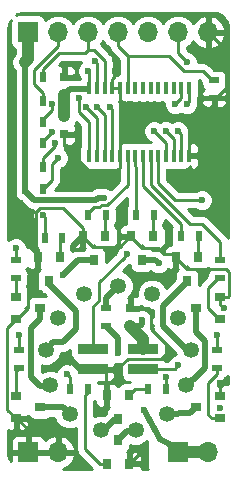
<source format=gtl>
G04 #@! TF.GenerationSoftware,KiCad,Pcbnew,(5.0.2)-1*
G04 #@! TF.CreationDate,2018-12-23T15:21:20+09:00*
G04 #@! TF.ProjectId,Nixie_Module_IN-14,4e697869-655f-44d6-9f64-756c655f494e,rev?*
G04 #@! TF.SameCoordinates,Original*
G04 #@! TF.FileFunction,Copper,L1,Top*
G04 #@! TF.FilePolarity,Positive*
%FSLAX46Y46*%
G04 Gerber Fmt 4.6, Leading zero omitted, Abs format (unit mm)*
G04 Created by KiCad (PCBNEW (5.0.2)-1) date 2018/12/23 15:21:20*
%MOMM*%
%LPD*%
G01*
G04 APERTURE LIST*
G04 #@! TA.AperFunction,SMDPad,CuDef*
%ADD10R,0.800000X0.900000*%
G04 #@! TD*
G04 #@! TA.AperFunction,ComponentPad*
%ADD11C,1.346200*%
G04 #@! TD*
G04 #@! TA.AperFunction,SMDPad,CuDef*
%ADD12R,0.900000X0.800000*%
G04 #@! TD*
G04 #@! TA.AperFunction,ComponentPad*
%ADD13R,1.700000X1.700000*%
G04 #@! TD*
G04 #@! TA.AperFunction,ComponentPad*
%ADD14O,1.700000X1.700000*%
G04 #@! TD*
G04 #@! TA.AperFunction,SMDPad,CuDef*
%ADD15R,0.750000X0.800000*%
G04 #@! TD*
G04 #@! TA.AperFunction,SMDPad,CuDef*
%ADD16R,0.900000X0.500000*%
G04 #@! TD*
G04 #@! TA.AperFunction,SMDPad,CuDef*
%ADD17R,0.500000X0.900000*%
G04 #@! TD*
G04 #@! TA.AperFunction,SMDPad,CuDef*
%ADD18R,0.400000X1.100000*%
G04 #@! TD*
G04 #@! TA.AperFunction,SMDPad,CuDef*
%ADD19R,2.500000X0.850000*%
G04 #@! TD*
G04 #@! TA.AperFunction,ViaPad*
%ADD20C,0.600000*%
G04 #@! TD*
G04 #@! TA.AperFunction,Conductor*
%ADD21C,1.000000*%
G04 #@! TD*
G04 #@! TA.AperFunction,Conductor*
%ADD22C,0.500000*%
G04 #@! TD*
G04 #@! TA.AperFunction,Conductor*
%ADD23C,0.250000*%
G04 #@! TD*
G04 #@! TA.AperFunction,Conductor*
%ADD24C,0.254000*%
G04 #@! TD*
G04 APERTURE END LIST*
D10*
G04 #@! TO.P,Q1,1*
G04 #@! TO.N,Net-(Q1-Pad1)*
X82230000Y-81804000D03*
G04 #@! TO.P,Q1,2*
G04 #@! TO.N,GND*
X80330000Y-81804000D03*
G04 #@! TO.P,Q1,3*
G04 #@! TO.N,/NIX_1*
X81280000Y-83804000D03*
G04 #@! TD*
D11*
G04 #@! TO.P,N1,0*
G04 #@! TO.N,/NIX_0*
X74155300Y-88686640D03*
G04 #@! TO.P,N1,1*
G04 #@! TO.N,/NIX_1*
X84340700Y-88686640D03*
G04 #@! TO.P,N1,2*
G04 #@! TO.N,/NIX_2*
X85392260Y-91457780D03*
G04 #@! TO.P,N1,3*
G04 #@! TO.N,/NIX_3*
X85034120Y-94396560D03*
G04 #@! TO.P,N1,4*
G04 #@! TO.N,/NIX_4*
X83352640Y-96834960D03*
G04 #@! TO.P,N1,5*
G04 #@! TO.N,/NIX_5*
X80728820Y-98211640D03*
G04 #@! TO.P,N1,6*
G04 #@! TO.N,/NIX_6*
X77767180Y-98211640D03*
G04 #@! TO.P,N1,7*
G04 #@! TO.N,/NIX_7*
X75143360Y-96834960D03*
G04 #@! TO.P,N1,8*
G04 #@! TO.N,/NIX_8*
X73461880Y-94396560D03*
G04 #@! TO.P,N1,9*
G04 #@! TO.N,/NIX_9*
X73103740Y-91457780D03*
G04 #@! TO.P,N1,A*
G04 #@! TO.N,Net-(N1-PadA)*
X79248000Y-86014560D03*
G04 #@! TO.P,N1,LHDP*
G04 #@! TO.N,N/C*
X76372720Y-86723220D03*
G04 #@! TO.P,N1,RHDP*
X82123280Y-86723220D03*
G04 #@! TD*
D12*
G04 #@! TO.P,Q7,1*
G04 #@! TO.N,Net-(Q7-Pad1)*
X87868000Y-97216000D03*
G04 #@! TO.P,Q7,2*
G04 #@! TO.N,GND*
X87868000Y-95316000D03*
G04 #@! TO.P,Q7,3*
G04 #@! TO.N,/NIX_4*
X85868000Y-96266000D03*
G04 #@! TD*
D10*
G04 #@! TO.P,Q2,1*
G04 #@! TO.N,Net-(Q2-Pad1)*
X80198000Y-95266000D03*
G04 #@! TO.P,Q2,2*
G04 #@! TO.N,GND*
X78298000Y-95266000D03*
G04 #@! TO.P,Q2,3*
G04 #@! TO.N,/NIX_6*
X79248000Y-97266000D03*
G04 #@! TD*
G04 #@! TO.P,Q3,1*
G04 #@! TO.N,Net-(Q3-Pad1)*
X86040000Y-83582000D03*
G04 #@! TO.P,Q3,2*
G04 #@! TO.N,GND*
X84140000Y-83582000D03*
G04 #@! TO.P,Q3,3*
G04 #@! TO.N,/NIX_2*
X85090000Y-85582000D03*
G04 #@! TD*
D12*
G04 #@! TO.P,Q4,1*
G04 #@! TO.N,Net-(Q4-Pad1)*
X70628000Y-95316000D03*
G04 #@! TO.P,Q4,2*
G04 #@! TO.N,GND*
X70628000Y-97216000D03*
G04 #@! TO.P,Q4,3*
G04 #@! TO.N,/NIX_7*
X72628000Y-96266000D03*
G04 #@! TD*
G04 #@! TO.P,Q5,1*
G04 #@! TO.N,Net-(Q5-Pad1)*
X87868000Y-88834000D03*
G04 #@! TO.P,Q5,2*
G04 #@! TO.N,GND*
X87868000Y-86934000D03*
G04 #@! TO.P,Q5,3*
G04 #@! TO.N,/NIX_3*
X85868000Y-87884000D03*
G04 #@! TD*
G04 #@! TO.P,Q6,1*
G04 #@! TO.N,Net-(Q6-Pad1)*
X70628000Y-86934000D03*
G04 #@! TO.P,Q6,2*
G04 #@! TO.N,GND*
X70628000Y-88834000D03*
G04 #@! TO.P,Q6,3*
G04 #@! TO.N,/NIX_8*
X72628000Y-87884000D03*
G04 #@! TD*
D10*
G04 #@! TO.P,Q8,1*
G04 #@! TO.N,Net-(Q8-Pad1)*
X74356000Y-83582000D03*
G04 #@! TO.P,Q8,2*
G04 #@! TO.N,GND*
X72456000Y-83582000D03*
G04 #@! TO.P,Q8,3*
G04 #@! TO.N,/NIX_9*
X73406000Y-85582000D03*
G04 #@! TD*
G04 #@! TO.P,Q9,1*
G04 #@! TO.N,Net-(Q9-Pad1)*
X78298000Y-101076000D03*
G04 #@! TO.P,Q9,2*
G04 #@! TO.N,GND*
X80198000Y-101076000D03*
G04 #@! TO.P,Q9,3*
G04 #@! TO.N,/NIX_5*
X79248000Y-99076000D03*
G04 #@! TD*
G04 #@! TO.P,Q10,1*
G04 #@! TO.N,Net-(Q10-Pad1)*
X78166000Y-81804000D03*
G04 #@! TO.P,Q10,2*
G04 #@! TO.N,GND*
X76266000Y-81804000D03*
G04 #@! TO.P,Q10,3*
G04 #@! TO.N,/NIX_0*
X77216000Y-83804000D03*
G04 #@! TD*
D13*
G04 #@! TO.P,J3,1*
G04 #@! TO.N,+HV*
X84328000Y-100076000D03*
D14*
G04 #@! TO.P,J3,2*
X86868000Y-100076000D03*
G04 #@! TD*
D13*
G04 #@! TO.P,J4,1*
G04 #@! TO.N,GND*
X71628000Y-100076000D03*
D14*
G04 #@! TO.P,J4,2*
X74168000Y-100076000D03*
G04 #@! TD*
D15*
G04 #@! TO.P,C1,1*
G04 #@! TO.N,+5V*
X80264000Y-89396000D03*
G04 #@! TO.P,C1,2*
G04 #@! TO.N,GND*
X80264000Y-87896000D03*
G04 #@! TD*
G04 #@! TO.P,C2,2*
G04 #@! TO.N,GND*
X74676000Y-68338000D03*
G04 #@! TO.P,C2,1*
G04 #@! TO.N,+5V*
X74676000Y-69838000D03*
G04 #@! TD*
G04 #@! TO.P,C3,1*
G04 #@! TO.N,+5V*
X74676000Y-71640000D03*
G04 #@! TO.P,C3,2*
G04 #@! TO.N,GND*
X74676000Y-73140000D03*
G04 #@! TD*
D13*
G04 #@! TO.P,J1,1*
G04 #@! TO.N,+5V*
X71628000Y-64516000D03*
D14*
G04 #@! TO.P,J1,2*
G04 #@! TO.N,/I2C_SDA*
X74168000Y-64516000D03*
G04 #@! TO.P,J1,3*
G04 #@! TO.N,/I2C_SCL*
X76708000Y-64516000D03*
G04 #@! TO.P,J1,4*
G04 #@! TO.N,/#OE*
X79248000Y-64516000D03*
G04 #@! TO.P,J1,5*
G04 #@! TO.N,/LED_DIN*
X81788000Y-64516000D03*
G04 #@! TO.P,J1,6*
G04 #@! TO.N,/LED_DOUT*
X84328000Y-64516000D03*
G04 #@! TO.P,J1,7*
G04 #@! TO.N,GND*
X86868000Y-64516000D03*
G04 #@! TD*
D16*
G04 #@! TO.P,R1,2*
G04 #@! TO.N,Net-(N1-PadA)*
X78232000Y-87896000D03*
G04 #@! TO.P,R1,1*
G04 #@! TO.N,+HV*
X78232000Y-89396000D03*
G04 #@! TD*
G04 #@! TO.P,R2,2*
G04 #@! TO.N,/#OE*
X87376000Y-68592000D03*
G04 #@! TO.P,R2,1*
G04 #@! TO.N,GND*
X87376000Y-70092000D03*
G04 #@! TD*
D17*
G04 #@! TO.P,R3,1*
G04 #@! TO.N,Net-(Q1-Pad1)*
X82284000Y-80010000D03*
G04 #@! TO.P,R3,2*
G04 #@! TO.N,/NIX_1_G*
X80784000Y-80010000D03*
G04 #@! TD*
G04 #@! TO.P,R4,1*
G04 #@! TO.N,Net-(Q2-Pad1)*
X81800000Y-94742000D03*
G04 #@! TO.P,R4,2*
G04 #@! TO.N,/NIX_6_G*
X83300000Y-94742000D03*
G04 #@! TD*
G04 #@! TO.P,R5,2*
G04 #@! TO.N,/NIX_2_G*
X84594000Y-81788000D03*
G04 #@! TO.P,R5,1*
G04 #@! TO.N,Net-(Q3-Pad1)*
X86094000Y-81788000D03*
G04 #@! TD*
D16*
G04 #@! TO.P,R6,2*
G04 #@! TO.N,/NIX_7_G*
X70866000Y-91452000D03*
G04 #@! TO.P,R6,1*
G04 #@! TO.N,Net-(Q4-Pad1)*
X70866000Y-92952000D03*
G04 #@! TD*
G04 #@! TO.P,R7,1*
G04 #@! TO.N,Net-(Q5-Pad1)*
X87884000Y-85332000D03*
G04 #@! TO.P,R7,2*
G04 #@! TO.N,/NIX_3_G*
X87884000Y-83832000D03*
G04 #@! TD*
G04 #@! TO.P,R8,1*
G04 #@! TO.N,Net-(Q6-Pad1)*
X70612000Y-85332000D03*
G04 #@! TO.P,R8,2*
G04 #@! TO.N,/NIX_8_G*
X70612000Y-83832000D03*
G04 #@! TD*
G04 #@! TO.P,R9,2*
G04 #@! TO.N,/NIX_4_G*
X87630000Y-91452000D03*
G04 #@! TO.P,R9,1*
G04 #@! TO.N,Net-(Q7-Pad1)*
X87630000Y-92952000D03*
G04 #@! TD*
D17*
G04 #@! TO.P,R10,2*
G04 #@! TO.N,/NIX_9_G*
X73037000Y-81915000D03*
G04 #@! TO.P,R10,1*
G04 #@! TO.N,Net-(Q8-Pad1)*
X74537000Y-81915000D03*
G04 #@! TD*
G04 #@! TO.P,R11,1*
G04 #@! TO.N,Net-(Q9-Pad1)*
X76696000Y-94742000D03*
G04 #@! TO.P,R11,2*
G04 #@! TO.N,/NIX_5_G*
X75196000Y-94742000D03*
G04 #@! TD*
G04 #@! TO.P,R12,1*
G04 #@! TO.N,Net-(Q10-Pad1)*
X78220000Y-80010000D03*
G04 #@! TO.P,R12,2*
G04 #@! TO.N,/NIX_0_G*
X76720000Y-80010000D03*
G04 #@! TD*
G04 #@! TO.P,R14,2*
G04 #@! TO.N,+5V*
X71386000Y-72136000D03*
G04 #@! TO.P,R14,1*
G04 #@! TO.N,/ADDR_0*
X72886000Y-72136000D03*
G04 #@! TD*
G04 #@! TO.P,R15,1*
G04 #@! TO.N,/ADDR_1*
X72886000Y-73914000D03*
G04 #@! TO.P,R15,2*
G04 #@! TO.N,+5V*
X71386000Y-73914000D03*
G04 #@! TD*
G04 #@! TO.P,R16,2*
G04 #@! TO.N,+5V*
X71386000Y-75946000D03*
G04 #@! TO.P,R16,1*
G04 #@! TO.N,/ADDR_2*
X72886000Y-75946000D03*
G04 #@! TD*
G04 #@! TO.P,R17,1*
G04 #@! TO.N,/ADDR_3*
X72886000Y-77774800D03*
G04 #@! TO.P,R17,2*
G04 #@! TO.N,+5V*
X71386000Y-77774800D03*
G04 #@! TD*
G04 #@! TO.P,R18,1*
G04 #@! TO.N,/I2C_SCL*
X72886000Y-68326000D03*
G04 #@! TO.P,R18,2*
G04 #@! TO.N,+5V*
X71386000Y-68326000D03*
G04 #@! TD*
G04 #@! TO.P,R19,2*
G04 #@! TO.N,+5V*
X71386000Y-70358000D03*
G04 #@! TO.P,R19,1*
G04 #@! TO.N,/I2C_SDA*
X72886000Y-70358000D03*
G04 #@! TD*
D18*
G04 #@! TO.P,U3,1*
G04 #@! TO.N,/ADDR_0*
X76801000Y-74986000D03*
G04 #@! TO.P,U3,2*
G04 #@! TO.N,/ADDR_1*
X77451000Y-74986000D03*
G04 #@! TO.P,U3,3*
G04 #@! TO.N,/ADDR_2*
X78101000Y-74986000D03*
G04 #@! TO.P,U3,4*
G04 #@! TO.N,/ADDR_3*
X78751000Y-74986000D03*
G04 #@! TO.P,U3,5*
G04 #@! TO.N,GND*
X79401000Y-74986000D03*
G04 #@! TO.P,U3,6*
G04 #@! TO.N,/NIX_0_G*
X80051000Y-74986000D03*
G04 #@! TO.P,U3,7*
G04 #@! TO.N,/NIX_1_G*
X80701000Y-74986000D03*
G04 #@! TO.P,U3,8*
G04 #@! TO.N,/NIX_2_G*
X81351000Y-74986000D03*
G04 #@! TO.P,U3,9*
G04 #@! TO.N,/NIX_3_G*
X82001000Y-74986000D03*
G04 #@! TO.P,U3,10*
G04 #@! TO.N,/NIX_4_G*
X82651000Y-74986000D03*
G04 #@! TO.P,U3,11*
G04 #@! TO.N,/NIX_5_G*
X83301000Y-74986000D03*
G04 #@! TO.P,U3,12*
G04 #@! TO.N,/NIX_6_G*
X83951000Y-74986000D03*
G04 #@! TO.P,U3,13*
G04 #@! TO.N,/NIX_7_G*
X84601000Y-74986000D03*
G04 #@! TO.P,U3,14*
G04 #@! TO.N,GND*
X85251000Y-74986000D03*
G04 #@! TO.P,U3,15*
G04 #@! TO.N,/NIX_8_G*
X85251000Y-69286000D03*
G04 #@! TO.P,U3,16*
G04 #@! TO.N,/NIX_9_G*
X84601000Y-69286000D03*
G04 #@! TO.P,U3,17*
G04 #@! TO.N,N/C*
X83951000Y-69286000D03*
G04 #@! TO.P,U3,18*
X83301000Y-69286000D03*
G04 #@! TO.P,U3,19*
X82651000Y-69286000D03*
G04 #@! TO.P,U3,20*
X82001000Y-69286000D03*
G04 #@! TO.P,U3,21*
X81351000Y-69286000D03*
G04 #@! TO.P,U3,22*
X80701000Y-69286000D03*
G04 #@! TO.P,U3,23*
G04 #@! TO.N,/#OE*
X80051000Y-69286000D03*
G04 #@! TO.P,U3,24*
G04 #@! TO.N,GND*
X79401000Y-69286000D03*
G04 #@! TO.P,U3,25*
X78751000Y-69286000D03*
G04 #@! TO.P,U3,26*
G04 #@! TO.N,/I2C_SCL*
X78101000Y-69286000D03*
G04 #@! TO.P,U3,27*
G04 #@! TO.N,/I2C_SDA*
X77451000Y-69286000D03*
G04 #@! TO.P,U3,28*
G04 #@! TO.N,+5V*
X76801000Y-69286000D03*
G04 #@! TD*
D19*
G04 #@! TO.P,U1,3*
G04 #@! TO.N,/LED_DIN*
X81398000Y-93077000D03*
G04 #@! TO.P,U1,4*
G04 #@! TO.N,+5V*
X81398000Y-91327000D03*
G04 #@! TO.P,U1,2*
G04 #@! TO.N,GND*
X77098000Y-93077000D03*
G04 #@! TO.P,U1,1*
G04 #@! TO.N,/LED_DOUT*
X77098000Y-91327000D03*
G04 #@! TD*
D20*
G04 #@! TO.N,+5V*
X81280000Y-88900000D03*
X76708000Y-67818042D03*
X78038953Y-78546945D03*
G04 #@! TO.N,GND*
X81026000Y-99822000D03*
X88255000Y-87854000D03*
X87884000Y-94234000D03*
X77978000Y-96520000D03*
X78994000Y-67818000D03*
X75692000Y-68326000D03*
X70612000Y-78994000D03*
X80264000Y-70612000D03*
X79629000Y-71628000D03*
X78994000Y-66802000D03*
X88138000Y-71628000D03*
X88138000Y-73152000D03*
X88138000Y-74422000D03*
X88138000Y-75946000D03*
X87630000Y-77724000D03*
X86360000Y-85344000D03*
X72136000Y-97790000D03*
X73152000Y-97790000D03*
X76454000Y-101092000D03*
X81280000Y-101092000D03*
X74930000Y-91948000D03*
X70104000Y-66294000D03*
X74676000Y-76200000D03*
X75663998Y-75184000D03*
X79502000Y-79502000D03*
X79502000Y-80518000D03*
X85344000Y-71882000D03*
X83566000Y-81915000D03*
X83566000Y-76327000D03*
X70612000Y-80518000D03*
X75438000Y-82804000D03*
X87884000Y-96315998D03*
X72644000Y-86614000D03*
G04 #@! TO.N,/NIX_1*
X82677000Y-84074001D03*
G04 #@! TO.N,/NIX_0*
X74549000Y-85089992D03*
G04 #@! TO.N,/I2C_SDA*
X77273694Y-66998306D03*
G04 #@! TO.N,+HV*
X79248000Y-91693996D03*
X81407000Y-96520000D03*
G04 #@! TO.N,/NIX_6_G*
X83312000Y-93726000D03*
X83273987Y-72898000D03*
G04 #@! TO.N,/NIX_7_G*
X84328000Y-72898000D03*
X70866000Y-90170000D03*
G04 #@! TO.N,/NIX_8_G*
X70612000Y-82804000D03*
X85090000Y-70612000D03*
G04 #@! TO.N,/NIX_4_G*
X87630000Y-90170000D03*
X86359998Y-78740000D03*
G04 #@! TO.N,/NIX_9_G*
X72897996Y-80010000D03*
X84074000Y-70612000D03*
G04 #@! TO.N,/NIX_5_G*
X74930000Y-93472000D03*
X82296016Y-72898000D03*
G04 #@! TO.N,/LED_DIN*
X84328000Y-92710000D03*
G04 #@! TO.N,/LED_DOUT*
X85090000Y-67056000D03*
X80010000Y-83312000D03*
G04 #@! TO.N,/ADDR_0*
X75946000Y-70104000D03*
X73660000Y-70612000D03*
G04 #@! TO.N,/ADDR_1*
X76571010Y-70866000D03*
X73660000Y-72940000D03*
G04 #@! TO.N,/ADDR_2*
X77470000Y-70866000D03*
X73914000Y-73894000D03*
G04 #@! TO.N,/ADDR_3*
X78524013Y-70866000D03*
X74168000Y-75184000D03*
G04 #@! TD*
D21*
G04 #@! TO.N,+5V*
X81398000Y-90530000D02*
X80264000Y-89396000D01*
X81398000Y-91327000D02*
X81398000Y-90530000D01*
D22*
X71386000Y-77774800D02*
X71386000Y-75946000D01*
X71386000Y-75946000D02*
X71386000Y-73914000D01*
X71386000Y-72136000D02*
X71386000Y-73914000D01*
X71386000Y-68326000D02*
X71386000Y-70358000D01*
X71386000Y-70358000D02*
X71386000Y-72136000D01*
D21*
X74676000Y-69838000D02*
X74676000Y-71640000D01*
X71628000Y-64516000D02*
X71628000Y-66366000D01*
X71628000Y-66366000D02*
X71628000Y-66802000D01*
X71628000Y-66802000D02*
X71374000Y-67056000D01*
D22*
X71386000Y-67044000D02*
X71386000Y-68326000D01*
X71628000Y-66802000D02*
X71386000Y-67044000D01*
X75172000Y-69342000D02*
X76708000Y-69342000D01*
X74676000Y-69838000D02*
X75172000Y-69342000D01*
X81139000Y-89396000D02*
X81280000Y-89255000D01*
X81280000Y-89255000D02*
X81280000Y-88900000D01*
X80264000Y-89396000D02*
X81139000Y-89396000D01*
D23*
X76801000Y-69286000D02*
X76801000Y-67911042D01*
X76801000Y-67911042D02*
X76708000Y-67818042D01*
D22*
X77614689Y-78546945D02*
X78038953Y-78546945D01*
X72136000Y-78724800D02*
X77353098Y-78724800D01*
X77353098Y-78724800D02*
X77530953Y-78546945D01*
X77530953Y-78546945D02*
X77614689Y-78546945D01*
X71386000Y-77774800D02*
X71386000Y-77974800D01*
X71386000Y-77974800D02*
X72136000Y-78724800D01*
D23*
G04 #@! TO.N,GND*
X81026000Y-100248000D02*
X80198000Y-101076000D01*
X81026000Y-99822000D02*
X81026000Y-100248000D01*
X87868000Y-86934000D02*
X87868000Y-87584000D01*
X88138000Y-87854000D02*
X88255000Y-87854000D01*
X87868000Y-87584000D02*
X88255000Y-87854000D01*
X87884000Y-95300000D02*
X87868000Y-95316000D01*
X87884000Y-94234000D02*
X87884000Y-95300000D01*
X88659001Y-84821999D02*
X88419002Y-84582000D01*
X88659001Y-86842999D02*
X88659001Y-84821999D01*
X87868000Y-86934000D02*
X88568000Y-86934000D01*
X88568000Y-86934000D02*
X88659001Y-86842999D01*
X84140000Y-83632000D02*
X84140000Y-83582000D01*
X85090000Y-84582000D02*
X84140000Y-83632000D01*
X88419002Y-84582000D02*
X85090000Y-84582000D01*
X78298000Y-96200000D02*
X77978000Y-96520000D01*
X78298000Y-95266000D02*
X78298000Y-96200000D01*
X70678000Y-97216000D02*
X70628000Y-97216000D01*
X71628000Y-98166000D02*
X70678000Y-97216000D01*
X71628000Y-100076000D02*
X71628000Y-98166000D01*
X78091000Y-93077000D02*
X77098000Y-93077000D01*
X78232000Y-93218000D02*
X78091000Y-93077000D01*
X78232000Y-94356000D02*
X78232000Y-93218000D01*
X78298000Y-95266000D02*
X78298000Y-94422000D01*
X78298000Y-94422000D02*
X78232000Y-94356000D01*
X70578000Y-88834000D02*
X70628000Y-88834000D01*
X69852999Y-89559001D02*
X70578000Y-88834000D01*
X69852999Y-96490999D02*
X69852999Y-89559001D01*
X70578000Y-97216000D02*
X69852999Y-96490999D01*
X70628000Y-97216000D02*
X70578000Y-97216000D01*
X72456000Y-84282000D02*
X72456000Y-83582000D01*
X71628000Y-85110000D02*
X72456000Y-84282000D01*
X71628000Y-87884000D02*
X71628000Y-85110000D01*
X70628000Y-88834000D02*
X70678000Y-88834000D01*
X70678000Y-88834000D02*
X71628000Y-87884000D01*
X72597995Y-79384999D02*
X74558999Y-79384999D01*
X72272995Y-79709999D02*
X72597995Y-79384999D01*
X72272995Y-82698995D02*
X72272995Y-79709999D01*
X72456000Y-83582000D02*
X72456000Y-82882000D01*
X72456000Y-82882000D02*
X72272995Y-82698995D01*
X76266000Y-81092000D02*
X76266000Y-81804000D01*
X74558999Y-79384999D02*
X76266000Y-81092000D01*
X83870000Y-83312000D02*
X84140000Y-83582000D01*
X83109196Y-83312000D02*
X83870000Y-83312000D01*
X82601196Y-82804000D02*
X83109196Y-83312000D01*
X81280000Y-82804000D02*
X82601196Y-82804000D01*
X80330000Y-81804000D02*
X80330000Y-81854000D01*
X80330000Y-81854000D02*
X81280000Y-82804000D01*
X79401000Y-74986000D02*
X79401000Y-74186000D01*
X79401000Y-69286000D02*
X78751000Y-69286000D01*
X79401000Y-71628000D02*
X79401000Y-69286000D01*
X79401000Y-74186000D02*
X79401000Y-71628000D01*
X85251000Y-74186000D02*
X85251000Y-74986000D01*
X85251000Y-72551000D02*
X85251000Y-74186000D01*
X79401000Y-71628000D02*
X84328000Y-71628000D01*
X84328000Y-71628000D02*
X85251000Y-72551000D01*
X87376000Y-70592000D02*
X87376000Y-70092000D01*
X85417000Y-72551000D02*
X87376000Y-70592000D01*
X85251000Y-72551000D02*
X85417000Y-72551000D01*
X87576000Y-70092000D02*
X87376000Y-70092000D01*
X88392000Y-69276000D02*
X87576000Y-70092000D01*
X86868000Y-64516000D02*
X88392000Y-66040000D01*
X88392000Y-66040000D02*
X88392000Y-69276000D01*
X78751000Y-68486000D02*
X78994000Y-68243000D01*
X78751000Y-69286000D02*
X78751000Y-68486000D01*
X78994000Y-68243000D02*
X78994000Y-67818000D01*
X74688000Y-68326000D02*
X74676000Y-68338000D01*
X75692000Y-68326000D02*
X74688000Y-68326000D01*
X74676000Y-74196002D02*
X75663998Y-75184000D01*
X74676000Y-73140000D02*
X74676000Y-74196002D01*
X76933998Y-76454000D02*
X78994000Y-76454000D01*
X79401000Y-76047000D02*
X79401000Y-74986000D01*
X78994000Y-76454000D02*
X79401000Y-76047000D01*
X72272995Y-79709999D02*
X71327999Y-79709999D01*
X71327999Y-79709999D02*
X70612000Y-78994000D01*
D22*
X76059000Y-93077000D02*
X77098000Y-93077000D01*
X74930000Y-91948000D02*
X76059000Y-93077000D01*
D23*
X75663998Y-75184000D02*
X76933998Y-76454000D01*
X80248000Y-81804000D02*
X80330000Y-81804000D01*
X79375000Y-82677000D02*
X80248000Y-81804000D01*
X77089000Y-82677000D02*
X79375000Y-82677000D01*
X76266000Y-81804000D02*
X76266000Y-81854000D01*
X76266000Y-81854000D02*
X77089000Y-82677000D01*
X81800000Y-87896000D02*
X80264000Y-87896000D01*
X82042000Y-89662000D02*
X82042000Y-88138000D01*
X77098000Y-93077000D02*
X79135000Y-93077000D01*
X80059990Y-92152010D02*
X82853990Y-92152010D01*
X82853990Y-92152010D02*
X83312000Y-91694000D01*
X79135000Y-93077000D02*
X80059990Y-92152010D01*
X83312000Y-91694000D02*
X83312000Y-90932000D01*
X82042000Y-88138000D02*
X81800000Y-87896000D01*
X83312000Y-90932000D02*
X82042000Y-89662000D01*
D22*
X75438000Y-82632000D02*
X76266000Y-81804000D01*
X75438000Y-82804000D02*
X75438000Y-82632000D01*
X72456000Y-83582000D02*
X72456000Y-83251000D01*
X72456000Y-83251000D02*
X71755000Y-82550000D01*
X71755000Y-81661000D02*
X70612000Y-80518000D01*
X71755000Y-82550000D02*
X71755000Y-81661000D01*
G04 #@! TO.N,/NIX_1*
X81280000Y-83804000D02*
X82406999Y-83804000D01*
X82406999Y-83804000D02*
X82677000Y-84074001D01*
G04 #@! TO.N,/NIX_6*
X79010000Y-97266000D02*
X79248000Y-97266000D01*
X77767180Y-98211640D02*
X78064360Y-98211640D01*
X78064360Y-98211640D02*
X79010000Y-97266000D01*
G04 #@! TO.N,/NIX_2*
X85107780Y-91457780D02*
X85392260Y-91457780D01*
X83058000Y-89408000D02*
X85107780Y-91457780D01*
X83058000Y-87664000D02*
X83058000Y-89408000D01*
X85090000Y-85582000D02*
X85090000Y-85632000D01*
X85090000Y-85632000D02*
X83058000Y-87664000D01*
G04 #@! TO.N,/NIX_8*
X72644000Y-94488000D02*
X73152000Y-94488000D01*
X71882000Y-93726000D02*
X72644000Y-94488000D01*
X71882000Y-89530000D02*
X71882000Y-93726000D01*
X72628000Y-87884000D02*
X72628000Y-88784000D01*
X72628000Y-88784000D02*
X71882000Y-89530000D01*
G04 #@! TO.N,/NIX_3*
X85450680Y-93980000D02*
X85034120Y-94396560D01*
X85598000Y-93980000D02*
X85450680Y-93980000D01*
X85868000Y-89900000D02*
X86106000Y-90138000D01*
X85868000Y-87884000D02*
X85868000Y-89900000D01*
X86106000Y-90138000D02*
X86106000Y-90170000D01*
X86106000Y-90170000D02*
X86614000Y-90678000D01*
X86614000Y-90678000D02*
X86614000Y-92964000D01*
X86614000Y-92964000D02*
X85598000Y-93980000D01*
G04 #@! TO.N,/NIX_4*
X85360000Y-96774000D02*
X85868000Y-96266000D01*
X84365507Y-96774000D02*
X85360000Y-96774000D01*
X83352640Y-96834960D02*
X84304547Y-96834960D01*
X84304547Y-96834960D02*
X84365507Y-96774000D01*
G04 #@! TO.N,/NIX_9*
X73776839Y-90784681D02*
X73103740Y-91457780D01*
X74569319Y-90784681D02*
X73776839Y-90784681D01*
X75692000Y-89662000D02*
X74569319Y-90784681D01*
X75692000Y-88138000D02*
X75692000Y-89662000D01*
X73406000Y-85582000D02*
X73406000Y-85852000D01*
X73406000Y-85852000D02*
X75692000Y-88138000D01*
G04 #@! TO.N,/NIX_5*
X80642460Y-98298000D02*
X80728820Y-98211640D01*
X80010000Y-98298000D02*
X80642460Y-98298000D01*
X79248000Y-99076000D02*
X79248000Y-99060000D01*
X79248000Y-99060000D02*
X80010000Y-98298000D01*
G04 #@! TO.N,/NIX_0*
X75834992Y-83804000D02*
X74848999Y-84789993D01*
X74848999Y-84789993D02*
X74549000Y-85089992D01*
X77216000Y-83804000D02*
X75834992Y-83804000D01*
D23*
G04 #@! TO.N,/I2C_SDA*
X72136000Y-67739590D02*
X74089590Y-65786000D01*
X72136000Y-68908000D02*
X72136000Y-67739590D01*
X72886000Y-70358000D02*
X72886000Y-69658000D01*
X72886000Y-69658000D02*
X72136000Y-68908000D01*
X74168000Y-65718081D02*
X74168000Y-64516000D01*
X74100081Y-65786000D02*
X74168000Y-65718081D01*
X74089590Y-65786000D02*
X74100081Y-65786000D01*
X77451000Y-69286000D02*
X77451000Y-67175612D01*
X77451000Y-67175612D02*
X77273694Y-66998306D01*
G04 #@! TO.N,/I2C_SCL*
X76708000Y-66040000D02*
X76708000Y-64516000D01*
X76454000Y-66294000D02*
X76708000Y-66040000D01*
X74218000Y-66294000D02*
X76454000Y-66294000D01*
X72886000Y-68326000D02*
X72886000Y-67626000D01*
X72886000Y-67626000D02*
X74218000Y-66294000D01*
X77216000Y-66040000D02*
X76708000Y-66040000D01*
X78101000Y-69286000D02*
X78101000Y-66925000D01*
X78101000Y-66925000D02*
X77216000Y-66040000D01*
D21*
G04 #@! TO.N,+HV*
X86868000Y-100076000D02*
X84328000Y-100076000D01*
D22*
X79248000Y-91269732D02*
X79248000Y-91693996D01*
X79248000Y-90424000D02*
X79248000Y-91269732D01*
X78232000Y-89396000D02*
X78232000Y-89408000D01*
X78232000Y-89408000D02*
X79248000Y-90424000D01*
X82804000Y-98933000D02*
X81407000Y-96520000D01*
X84328000Y-100076000D02*
X84328000Y-99822000D01*
X84328000Y-99822000D02*
X82804000Y-98933000D01*
G04 #@! TO.N,/NIX_7*
X74574400Y-96266000D02*
X75143360Y-96834960D01*
X72628000Y-96266000D02*
X74574400Y-96266000D01*
G04 #@! TO.N,Net-(N1-PadA)*
X78232000Y-87030560D02*
X79248000Y-86014560D01*
X78232000Y-87896000D02*
X78232000Y-87030560D01*
D23*
G04 #@! TO.N,/NIX_1_G*
X80784000Y-79310000D02*
X80784000Y-80010000D01*
X80784000Y-75958000D02*
X80784000Y-79310000D01*
X80701000Y-74986000D02*
X80701000Y-75875000D01*
X80701000Y-75875000D02*
X80784000Y-75958000D01*
G04 #@! TO.N,/NIX_6_G*
X83300000Y-94742000D02*
X83300000Y-93738000D01*
X83300000Y-93738000D02*
X83312000Y-93726000D01*
X83312000Y-72898000D02*
X83273987Y-72898000D01*
X83951000Y-74986000D02*
X83951000Y-73537000D01*
X83951000Y-73537000D02*
X83312000Y-72898000D01*
G04 #@! TO.N,/NIX_2_G*
X81351000Y-75786000D02*
X81351000Y-74986000D01*
X81351000Y-77541000D02*
X81351000Y-75786000D01*
X84594000Y-81788000D02*
X84594000Y-80784000D01*
X84594000Y-80784000D02*
X81351000Y-77541000D01*
G04 #@! TO.N,/NIX_7_G*
X84601000Y-74986000D02*
X84601000Y-73171000D01*
X84601000Y-73171000D02*
X84328000Y-72898000D01*
X70866000Y-91452000D02*
X70866000Y-90170000D01*
G04 #@! TO.N,/NIX_3_G*
X82001000Y-75786000D02*
X82001000Y-74986000D01*
X82001000Y-77429000D02*
X82001000Y-75786000D01*
X85344000Y-80772000D02*
X82001000Y-77429000D01*
X86363002Y-80772000D02*
X85344000Y-80772000D01*
X87884000Y-83832000D02*
X87884000Y-82292998D01*
X87884000Y-82292998D02*
X86363002Y-80772000D01*
G04 #@! TO.N,/NIX_8_G*
X70612000Y-83832000D02*
X70612000Y-82804000D01*
X85251000Y-70451000D02*
X85090000Y-70612000D01*
X85251000Y-69286000D02*
X85251000Y-70451000D01*
G04 #@! TO.N,/NIX_4_G*
X87630000Y-91452000D02*
X87630000Y-90952000D01*
X87630000Y-90952000D02*
X87630000Y-90170000D01*
X85935734Y-78740000D02*
X86359998Y-78740000D01*
X84074000Y-78740000D02*
X85935734Y-78740000D01*
X82651000Y-74986000D02*
X82651000Y-77317000D01*
X82651000Y-77317000D02*
X84074000Y-78740000D01*
G04 #@! TO.N,/NIX_9_G*
X73037000Y-81915000D02*
X73037000Y-80149004D01*
X73037000Y-80149004D02*
X72897996Y-80010000D01*
X84601000Y-69286000D02*
X84601000Y-70086000D01*
X84601000Y-70086000D02*
X84075000Y-70612000D01*
X84075000Y-70612000D02*
X84074000Y-70612000D01*
G04 #@! TO.N,/NIX_5_G*
X75196000Y-94542000D02*
X75184000Y-94530000D01*
X75196000Y-94742000D02*
X75196000Y-94542000D01*
X75184000Y-94530000D02*
X75184000Y-93726000D01*
X75184000Y-93726000D02*
X74930000Y-93472000D01*
X82596015Y-73197999D02*
X82296016Y-72898000D01*
X83301000Y-74986000D02*
X83301000Y-73902984D01*
X83301000Y-73902984D02*
X82596015Y-73197999D01*
G04 #@! TO.N,/NIX_0_G*
X77830954Y-79171946D02*
X78338954Y-79171946D01*
X76720000Y-80010000D02*
X76720000Y-79810000D01*
X80051000Y-75786000D02*
X80051000Y-74986000D01*
X76720000Y-79810000D02*
X77220000Y-79310000D01*
X78338954Y-79171946D02*
X80051000Y-77459900D01*
X80051000Y-77459900D02*
X80051000Y-75786000D01*
X77692900Y-79310000D02*
X77830954Y-79171946D01*
X77220000Y-79310000D02*
X77692900Y-79310000D01*
G04 #@! TO.N,/#OE*
X80051000Y-68486000D02*
X80051000Y-69286000D01*
X79248000Y-65718081D02*
X80051000Y-66521081D01*
X79248000Y-64516000D02*
X79248000Y-65718081D01*
X80051000Y-66521081D02*
X80051000Y-66548000D01*
X80051000Y-66548000D02*
X80051000Y-68486000D01*
X83566000Y-66548000D02*
X80051000Y-66548000D01*
X84836000Y-67818000D02*
X83566000Y-66548000D01*
X86402000Y-67818000D02*
X84836000Y-67818000D01*
X87376000Y-68592000D02*
X87176000Y-68592000D01*
X87176000Y-68592000D02*
X86402000Y-67818000D01*
G04 #@! TO.N,/LED_DIN*
X84028001Y-93009999D02*
X84328000Y-92710000D01*
X83961000Y-93077000D02*
X84028001Y-93009999D01*
X81398000Y-93077000D02*
X83961000Y-93077000D01*
G04 #@! TO.N,/LED_DOUT*
X84328000Y-64516000D02*
X84328000Y-66294000D01*
X84328000Y-66294000D02*
X84790001Y-66756001D01*
X84790001Y-66756001D02*
X85090000Y-67056000D01*
X77098000Y-87748000D02*
X77656990Y-87189010D01*
X79710001Y-83611999D02*
X80010000Y-83312000D01*
X77656990Y-87189010D02*
X77656990Y-85665010D01*
X77656990Y-85665010D02*
X79710001Y-83611999D01*
X77098000Y-91327000D02*
X77098000Y-87748000D01*
G04 #@! TO.N,Net-(Q1-Pad1)*
X82230000Y-80064000D02*
X82284000Y-80010000D01*
X82230000Y-81804000D02*
X82230000Y-80064000D01*
G04 #@! TO.N,Net-(Q2-Pad1)*
X80722000Y-94742000D02*
X80198000Y-95266000D01*
X81800000Y-94742000D02*
X80722000Y-94742000D01*
G04 #@! TO.N,Net-(Q3-Pad1)*
X86040000Y-81842000D02*
X86094000Y-81788000D01*
X86040000Y-83582000D02*
X86040000Y-81842000D01*
G04 #@! TO.N,Net-(Q4-Pad1)*
X70628000Y-93190000D02*
X70866000Y-92952000D01*
X70628000Y-95316000D02*
X70628000Y-93190000D01*
G04 #@! TO.N,Net-(Q5-Pad1)*
X87818000Y-88834000D02*
X87868000Y-88834000D01*
X86868000Y-87884000D02*
X87818000Y-88834000D01*
X86868000Y-86148000D02*
X86868000Y-87884000D01*
X87884000Y-85332000D02*
X87684000Y-85332000D01*
X87684000Y-85332000D02*
X86868000Y-86148000D01*
G04 #@! TO.N,Net-(Q6-Pad1)*
X70612000Y-86918000D02*
X70628000Y-86934000D01*
X70612000Y-85332000D02*
X70612000Y-86918000D01*
G04 #@! TO.N,Net-(Q7-Pad1)*
X87168000Y-97216000D02*
X86868000Y-96916000D01*
X87868000Y-97216000D02*
X87168000Y-97216000D01*
X86868000Y-96916000D02*
X86868000Y-94234000D01*
X87630000Y-93472000D02*
X87630000Y-92952000D01*
X86868000Y-94234000D02*
X87630000Y-93472000D01*
G04 #@! TO.N,Net-(Q8-Pad1)*
X74356000Y-82096000D02*
X74537000Y-81915000D01*
X74356000Y-83582000D02*
X74356000Y-82096000D01*
G04 #@! TO.N,Net-(Q9-Pad1)*
X77740000Y-101076000D02*
X78298000Y-101076000D01*
X76708000Y-94754000D02*
X76708000Y-94996000D01*
X76696000Y-94742000D02*
X76708000Y-94754000D01*
X76708000Y-94996000D02*
X76454000Y-95250000D01*
X76454000Y-95250000D02*
X76454000Y-99822000D01*
X76454000Y-99822000D02*
X77724000Y-101092000D01*
X77724000Y-101092000D02*
X77740000Y-101076000D01*
G04 #@! TO.N,Net-(Q10-Pad1)*
X78166000Y-80064000D02*
X78220000Y-80010000D01*
X78166000Y-81804000D02*
X78166000Y-80064000D01*
G04 #@! TO.N,/ADDR_0*
X76801000Y-74986000D02*
X76801000Y-72138002D01*
X75946000Y-70528264D02*
X75946000Y-70104000D01*
X75946000Y-71283002D02*
X75946000Y-70528264D01*
X76801000Y-72138002D02*
X75946000Y-71283002D01*
X73660000Y-71120000D02*
X73660000Y-70612000D01*
X72898000Y-71882000D02*
X73660000Y-71120000D01*
X72886000Y-72136000D02*
X72898000Y-72124000D01*
X72898000Y-72124000D02*
X72898000Y-71882000D01*
G04 #@! TO.N,/ADDR_1*
X77451000Y-71745990D02*
X76871009Y-71165999D01*
X77451000Y-74986000D02*
X77451000Y-71745990D01*
X76871009Y-71165999D02*
X76571010Y-70866000D01*
X72886000Y-73714000D02*
X73660000Y-72940000D01*
X72886000Y-73914000D02*
X72886000Y-73714000D01*
G04 #@! TO.N,/ADDR_2*
X77470000Y-70866000D02*
X78101000Y-71497000D01*
X78101000Y-71497000D02*
X78101000Y-74986000D01*
X73914000Y-74168000D02*
X73914000Y-73894000D01*
X72886000Y-75946000D02*
X72886000Y-75196000D01*
X72886000Y-75196000D02*
X73914000Y-74168000D01*
G04 #@! TO.N,/ADDR_3*
X78751000Y-71092987D02*
X78524013Y-70866000D01*
X78751000Y-74986000D02*
X78751000Y-71092987D01*
X73660000Y-75692000D02*
X74168000Y-75184000D01*
X72886000Y-77774800D02*
X73660000Y-77000800D01*
X73660000Y-77000800D02*
X73660000Y-75692000D01*
G04 #@! TD*
D24*
G04 #@! TO.N,GND*
G36*
X71720191Y-97123809D02*
X71930235Y-97264157D01*
X72178000Y-97313440D01*
X73078000Y-97313440D01*
X73325765Y-97264157D01*
X73495115Y-97151000D01*
X73858391Y-97151000D01*
X74034407Y-97575939D01*
X74402381Y-97943913D01*
X74883163Y-98143060D01*
X75403557Y-98143060D01*
X75694001Y-98022754D01*
X75694001Y-99747148D01*
X75679112Y-99822000D01*
X75738097Y-100118537D01*
X75850894Y-100287349D01*
X75906072Y-100369929D01*
X75969528Y-100412329D01*
X77060198Y-101503000D01*
X74559840Y-101503000D01*
X74934924Y-101347645D01*
X75363183Y-100957358D01*
X75609486Y-100432892D01*
X75488819Y-100203000D01*
X74295000Y-100203000D01*
X74295000Y-100223000D01*
X74041000Y-100223000D01*
X74041000Y-100203000D01*
X71755000Y-100203000D01*
X71755000Y-100223000D01*
X71501000Y-100223000D01*
X71501000Y-100203000D01*
X70301750Y-100203000D01*
X70143000Y-100361750D01*
X70143000Y-100842150D01*
X70074617Y-100736648D01*
X69961569Y-100358642D01*
X69947000Y-100162589D01*
X69947000Y-99099691D01*
X70143000Y-99099691D01*
X70143000Y-99790250D01*
X70301750Y-99949000D01*
X71501000Y-99949000D01*
X71501000Y-98749750D01*
X71755000Y-98749750D01*
X71755000Y-99949000D01*
X74041000Y-99949000D01*
X74041000Y-98755845D01*
X74295000Y-98755845D01*
X74295000Y-99949000D01*
X75488819Y-99949000D01*
X75609486Y-99719108D01*
X75363183Y-99194642D01*
X74934924Y-98804355D01*
X74524890Y-98634524D01*
X74295000Y-98755845D01*
X74041000Y-98755845D01*
X73811110Y-98634524D01*
X73401076Y-98804355D01*
X73103136Y-99075878D01*
X73016327Y-98866302D01*
X72837699Y-98687673D01*
X72604310Y-98591000D01*
X71913750Y-98591000D01*
X71755000Y-98749750D01*
X71501000Y-98749750D01*
X71342250Y-98591000D01*
X70651690Y-98591000D01*
X70418301Y-98687673D01*
X70239673Y-98866302D01*
X70143000Y-99099691D01*
X69947000Y-99099691D01*
X69947000Y-98207636D01*
X70051691Y-98251000D01*
X70342250Y-98251000D01*
X70501000Y-98092250D01*
X70501000Y-97343000D01*
X70755000Y-97343000D01*
X70755000Y-98092250D01*
X70913750Y-98251000D01*
X71204309Y-98251000D01*
X71437698Y-98154327D01*
X71616327Y-97975699D01*
X71713000Y-97742310D01*
X71713000Y-97501750D01*
X71554250Y-97343000D01*
X70755000Y-97343000D01*
X70501000Y-97343000D01*
X70481000Y-97343000D01*
X70481000Y-97089000D01*
X70501000Y-97089000D01*
X70501000Y-97069000D01*
X70755000Y-97069000D01*
X70755000Y-97089000D01*
X71554250Y-97089000D01*
X71639781Y-97003469D01*
X71720191Y-97123809D01*
X71720191Y-97123809D01*
G37*
X71720191Y-97123809D02*
X71930235Y-97264157D01*
X72178000Y-97313440D01*
X73078000Y-97313440D01*
X73325765Y-97264157D01*
X73495115Y-97151000D01*
X73858391Y-97151000D01*
X74034407Y-97575939D01*
X74402381Y-97943913D01*
X74883163Y-98143060D01*
X75403557Y-98143060D01*
X75694001Y-98022754D01*
X75694001Y-99747148D01*
X75679112Y-99822000D01*
X75738097Y-100118537D01*
X75850894Y-100287349D01*
X75906072Y-100369929D01*
X75969528Y-100412329D01*
X77060198Y-101503000D01*
X74559840Y-101503000D01*
X74934924Y-101347645D01*
X75363183Y-100957358D01*
X75609486Y-100432892D01*
X75488819Y-100203000D01*
X74295000Y-100203000D01*
X74295000Y-100223000D01*
X74041000Y-100223000D01*
X74041000Y-100203000D01*
X71755000Y-100203000D01*
X71755000Y-100223000D01*
X71501000Y-100223000D01*
X71501000Y-100203000D01*
X70301750Y-100203000D01*
X70143000Y-100361750D01*
X70143000Y-100842150D01*
X70074617Y-100736648D01*
X69961569Y-100358642D01*
X69947000Y-100162589D01*
X69947000Y-99099691D01*
X70143000Y-99099691D01*
X70143000Y-99790250D01*
X70301750Y-99949000D01*
X71501000Y-99949000D01*
X71501000Y-98749750D01*
X71755000Y-98749750D01*
X71755000Y-99949000D01*
X74041000Y-99949000D01*
X74041000Y-98755845D01*
X74295000Y-98755845D01*
X74295000Y-99949000D01*
X75488819Y-99949000D01*
X75609486Y-99719108D01*
X75363183Y-99194642D01*
X74934924Y-98804355D01*
X74524890Y-98634524D01*
X74295000Y-98755845D01*
X74041000Y-98755845D01*
X73811110Y-98634524D01*
X73401076Y-98804355D01*
X73103136Y-99075878D01*
X73016327Y-98866302D01*
X72837699Y-98687673D01*
X72604310Y-98591000D01*
X71913750Y-98591000D01*
X71755000Y-98749750D01*
X71501000Y-98749750D01*
X71342250Y-98591000D01*
X70651690Y-98591000D01*
X70418301Y-98687673D01*
X70239673Y-98866302D01*
X70143000Y-99099691D01*
X69947000Y-99099691D01*
X69947000Y-98207636D01*
X70051691Y-98251000D01*
X70342250Y-98251000D01*
X70501000Y-98092250D01*
X70501000Y-97343000D01*
X70755000Y-97343000D01*
X70755000Y-98092250D01*
X70913750Y-98251000D01*
X71204309Y-98251000D01*
X71437698Y-98154327D01*
X71616327Y-97975699D01*
X71713000Y-97742310D01*
X71713000Y-97501750D01*
X71554250Y-97343000D01*
X70755000Y-97343000D01*
X70501000Y-97343000D01*
X70481000Y-97343000D01*
X70481000Y-97089000D01*
X70501000Y-97089000D01*
X70501000Y-97069000D01*
X70755000Y-97069000D01*
X70755000Y-97089000D01*
X71554250Y-97089000D01*
X71639781Y-97003469D01*
X71720191Y-97123809D01*
G36*
X81661000Y-101346000D02*
X81670667Y-101394601D01*
X81698197Y-101435803D01*
X81765394Y-101503000D01*
X81233000Y-101503000D01*
X81233000Y-101361750D01*
X81074250Y-101203000D01*
X80325000Y-101203000D01*
X80325000Y-101223000D01*
X80071000Y-101223000D01*
X80071000Y-101203000D01*
X80051000Y-101203000D01*
X80051000Y-100949000D01*
X80071000Y-100949000D01*
X80071000Y-100149750D01*
X80325000Y-100149750D01*
X80325000Y-100949000D01*
X81074250Y-100949000D01*
X81233000Y-100790250D01*
X81233000Y-100499691D01*
X81136327Y-100266302D01*
X80957699Y-100087673D01*
X80724310Y-99991000D01*
X80483750Y-99991000D01*
X80325000Y-100149750D01*
X80071000Y-100149750D01*
X79985469Y-100064219D01*
X80105809Y-99983809D01*
X80246157Y-99773765D01*
X80295440Y-99526000D01*
X80295440Y-99448005D01*
X80468623Y-99519740D01*
X80989017Y-99519740D01*
X81469799Y-99320593D01*
X81661000Y-99129392D01*
X81661000Y-101346000D01*
X81661000Y-101346000D01*
G37*
X81661000Y-101346000D02*
X81670667Y-101394601D01*
X81698197Y-101435803D01*
X81765394Y-101503000D01*
X81233000Y-101503000D01*
X81233000Y-101361750D01*
X81074250Y-101203000D01*
X80325000Y-101203000D01*
X80325000Y-101223000D01*
X80071000Y-101223000D01*
X80071000Y-101203000D01*
X80051000Y-101203000D01*
X80051000Y-100949000D01*
X80071000Y-100949000D01*
X80071000Y-100149750D01*
X80325000Y-100149750D01*
X80325000Y-100949000D01*
X81074250Y-100949000D01*
X81233000Y-100790250D01*
X81233000Y-100499691D01*
X81136327Y-100266302D01*
X80957699Y-100087673D01*
X80724310Y-99991000D01*
X80483750Y-99991000D01*
X80325000Y-100149750D01*
X80071000Y-100149750D01*
X79985469Y-100064219D01*
X80105809Y-99983809D01*
X80246157Y-99773765D01*
X80295440Y-99526000D01*
X80295440Y-99448005D01*
X80468623Y-99519740D01*
X80989017Y-99519740D01*
X81469799Y-99320593D01*
X81661000Y-99129392D01*
X81661000Y-101346000D01*
G36*
X79062017Y-92628996D02*
X79433983Y-92628996D01*
X79511524Y-92596877D01*
X79500560Y-92652000D01*
X79500560Y-93502000D01*
X79549843Y-93749765D01*
X79690191Y-93959809D01*
X79900235Y-94100157D01*
X80148000Y-94149440D01*
X80240866Y-94149440D01*
X80212251Y-94168560D01*
X79798000Y-94168560D01*
X79550235Y-94217843D01*
X79340191Y-94358191D01*
X79250987Y-94491694D01*
X79236327Y-94456302D01*
X79057699Y-94277673D01*
X78824310Y-94181000D01*
X78583750Y-94181000D01*
X78425000Y-94339750D01*
X78425000Y-95139000D01*
X78445000Y-95139000D01*
X78445000Y-95393000D01*
X78425000Y-95393000D01*
X78425000Y-96192250D01*
X78510531Y-96277781D01*
X78390191Y-96358191D01*
X78249843Y-96568235D01*
X78200560Y-96816000D01*
X78200560Y-96823861D01*
X78093494Y-96930927D01*
X78027377Y-96903540D01*
X77506983Y-96903540D01*
X77214000Y-97024898D01*
X77214000Y-95776636D01*
X77263000Y-95743895D01*
X77263000Y-95842309D01*
X77359673Y-96075698D01*
X77538301Y-96254327D01*
X77771690Y-96351000D01*
X78012250Y-96351000D01*
X78171000Y-96192250D01*
X78171000Y-95393000D01*
X78151000Y-95393000D01*
X78151000Y-95139000D01*
X78171000Y-95139000D01*
X78171000Y-94339750D01*
X78012250Y-94181000D01*
X77771690Y-94181000D01*
X77586610Y-94257663D01*
X77562609Y-94137000D01*
X78474309Y-94137000D01*
X78707698Y-94040327D01*
X78886327Y-93861699D01*
X78983000Y-93628310D01*
X78983000Y-93362750D01*
X78824250Y-93204000D01*
X77225000Y-93204000D01*
X77225000Y-93224000D01*
X76971000Y-93224000D01*
X76971000Y-93204000D01*
X76951000Y-93204000D01*
X76951000Y-92950000D01*
X76971000Y-92950000D01*
X76971000Y-92930000D01*
X77225000Y-92930000D01*
X77225000Y-92950000D01*
X78824250Y-92950000D01*
X78983000Y-92791250D01*
X78983000Y-92596266D01*
X79062017Y-92628996D01*
X79062017Y-92628996D01*
G37*
X79062017Y-92628996D02*
X79433983Y-92628996D01*
X79511524Y-92596877D01*
X79500560Y-92652000D01*
X79500560Y-93502000D01*
X79549843Y-93749765D01*
X79690191Y-93959809D01*
X79900235Y-94100157D01*
X80148000Y-94149440D01*
X80240866Y-94149440D01*
X80212251Y-94168560D01*
X79798000Y-94168560D01*
X79550235Y-94217843D01*
X79340191Y-94358191D01*
X79250987Y-94491694D01*
X79236327Y-94456302D01*
X79057699Y-94277673D01*
X78824310Y-94181000D01*
X78583750Y-94181000D01*
X78425000Y-94339750D01*
X78425000Y-95139000D01*
X78445000Y-95139000D01*
X78445000Y-95393000D01*
X78425000Y-95393000D01*
X78425000Y-96192250D01*
X78510531Y-96277781D01*
X78390191Y-96358191D01*
X78249843Y-96568235D01*
X78200560Y-96816000D01*
X78200560Y-96823861D01*
X78093494Y-96930927D01*
X78027377Y-96903540D01*
X77506983Y-96903540D01*
X77214000Y-97024898D01*
X77214000Y-95776636D01*
X77263000Y-95743895D01*
X77263000Y-95842309D01*
X77359673Y-96075698D01*
X77538301Y-96254327D01*
X77771690Y-96351000D01*
X78012250Y-96351000D01*
X78171000Y-96192250D01*
X78171000Y-95393000D01*
X78151000Y-95393000D01*
X78151000Y-95139000D01*
X78171000Y-95139000D01*
X78171000Y-94339750D01*
X78012250Y-94181000D01*
X77771690Y-94181000D01*
X77586610Y-94257663D01*
X77562609Y-94137000D01*
X78474309Y-94137000D01*
X78707698Y-94040327D01*
X78886327Y-93861699D01*
X78983000Y-93628310D01*
X78983000Y-93362750D01*
X78824250Y-93204000D01*
X77225000Y-93204000D01*
X77225000Y-93224000D01*
X76971000Y-93224000D01*
X76971000Y-93204000D01*
X76951000Y-93204000D01*
X76951000Y-92950000D01*
X76971000Y-92950000D01*
X76971000Y-92930000D01*
X77225000Y-92930000D01*
X77225000Y-92950000D01*
X78824250Y-92950000D01*
X78983000Y-92791250D01*
X78983000Y-92596266D01*
X79062017Y-92628996D01*
G36*
X87995000Y-95189000D02*
X88015000Y-95189000D01*
X88015000Y-95443000D01*
X87995000Y-95443000D01*
X87995000Y-95463000D01*
X87741000Y-95463000D01*
X87741000Y-95443000D01*
X87721000Y-95443000D01*
X87721000Y-95189000D01*
X87741000Y-95189000D01*
X87741000Y-95169000D01*
X87995000Y-95169000D01*
X87995000Y-95189000D01*
X87995000Y-95189000D01*
G37*
X87995000Y-95189000D02*
X88015000Y-95189000D01*
X88015000Y-95443000D01*
X87995000Y-95443000D01*
X87995000Y-95463000D01*
X87741000Y-95463000D01*
X87741000Y-95443000D01*
X87721000Y-95443000D01*
X87721000Y-95189000D01*
X87741000Y-95189000D01*
X87741000Y-95169000D01*
X87995000Y-95169000D01*
X87995000Y-95189000D01*
G36*
X87740998Y-94439748D02*
X87739026Y-94437776D01*
X87740998Y-94435804D01*
X87740998Y-94439748D01*
X87740998Y-94439748D01*
G37*
X87740998Y-94439748D02*
X87739026Y-94437776D01*
X87740998Y-94435804D01*
X87740998Y-94439748D01*
G36*
X88577001Y-94335963D02*
X88444309Y-94281000D01*
X88153750Y-94281000D01*
X87995002Y-94439748D01*
X87995002Y-94281000D01*
X87895802Y-94281000D01*
X88114473Y-94062329D01*
X88177929Y-94019929D01*
X88254119Y-93905903D01*
X88324319Y-93800843D01*
X88327765Y-93800157D01*
X88537809Y-93659809D01*
X88577001Y-93601155D01*
X88577001Y-94335963D01*
X88577001Y-94335963D01*
G37*
X88577001Y-94335963D02*
X88444309Y-94281000D01*
X88153750Y-94281000D01*
X87995002Y-94439748D01*
X87995002Y-94281000D01*
X87895802Y-94281000D01*
X88114473Y-94062329D01*
X88177929Y-94019929D01*
X88254119Y-93905903D01*
X88324319Y-93800843D01*
X88327765Y-93800157D01*
X88537809Y-93659809D01*
X88577001Y-93601155D01*
X88577001Y-94335963D01*
G36*
X75200560Y-91752000D02*
X75249843Y-91999765D01*
X75390191Y-92209809D01*
X75391375Y-92210600D01*
X75309673Y-92292301D01*
X75213000Y-92525690D01*
X75213000Y-92577186D01*
X75115983Y-92537000D01*
X74744017Y-92537000D01*
X74400365Y-92679345D01*
X74137345Y-92942365D01*
X74024878Y-93213885D01*
X73722077Y-93088460D01*
X73201683Y-93088460D01*
X72767000Y-93268512D01*
X72767000Y-92734175D01*
X72843543Y-92765880D01*
X73363937Y-92765880D01*
X73844719Y-92566733D01*
X74212693Y-92198759D01*
X74411840Y-91717977D01*
X74411840Y-91669681D01*
X74482158Y-91669681D01*
X74569319Y-91687018D01*
X74656480Y-91669681D01*
X74656484Y-91669681D01*
X74914629Y-91618333D01*
X75200560Y-91427279D01*
X75200560Y-91752000D01*
X75200560Y-91752000D01*
G37*
X75200560Y-91752000D02*
X75249843Y-91999765D01*
X75390191Y-92209809D01*
X75391375Y-92210600D01*
X75309673Y-92292301D01*
X75213000Y-92525690D01*
X75213000Y-92577186D01*
X75115983Y-92537000D01*
X74744017Y-92537000D01*
X74400365Y-92679345D01*
X74137345Y-92942365D01*
X74024878Y-93213885D01*
X73722077Y-93088460D01*
X73201683Y-93088460D01*
X72767000Y-93268512D01*
X72767000Y-92734175D01*
X72843543Y-92765880D01*
X73363937Y-92765880D01*
X73844719Y-92566733D01*
X74212693Y-92198759D01*
X74411840Y-91717977D01*
X74411840Y-91669681D01*
X74482158Y-91669681D01*
X74569319Y-91687018D01*
X74656480Y-91669681D01*
X74656484Y-91669681D01*
X74914629Y-91618333D01*
X75200560Y-91427279D01*
X75200560Y-91752000D01*
G36*
X84084160Y-91685739D02*
X84084160Y-91717977D01*
X84112794Y-91787105D01*
X83798365Y-91917345D01*
X83535345Y-92180365D01*
X83478749Y-92317000D01*
X83187868Y-92317000D01*
X83111027Y-92202000D01*
X83246157Y-91999765D01*
X83295440Y-91752000D01*
X83295440Y-90902000D01*
X83294203Y-90895782D01*
X84084160Y-91685739D01*
X84084160Y-91685739D01*
G37*
X84084160Y-91685739D02*
X84084160Y-91717977D01*
X84112794Y-91787105D01*
X83798365Y-91917345D01*
X83535345Y-92180365D01*
X83478749Y-92317000D01*
X83187868Y-92317000D01*
X83111027Y-92202000D01*
X83246157Y-91999765D01*
X83295440Y-91752000D01*
X83295440Y-90902000D01*
X83294203Y-90895782D01*
X84084160Y-91685739D01*
G36*
X82173001Y-89320835D02*
X82155663Y-89408000D01*
X82216041Y-89711545D01*
X82121521Y-89648389D01*
X82097546Y-89624414D01*
X82113652Y-89600310D01*
X82165000Y-89342165D01*
X82165000Y-89342160D01*
X82173001Y-89301937D01*
X82173001Y-89320835D01*
X82173001Y-89320835D01*
G37*
X82173001Y-89320835D02*
X82155663Y-89408000D01*
X82216041Y-89711545D01*
X82121521Y-89648389D01*
X82097546Y-89624414D01*
X82113652Y-89600310D01*
X82165000Y-89342165D01*
X82165000Y-89342160D01*
X82173001Y-89301937D01*
X82173001Y-89320835D01*
G36*
X70755000Y-88707000D02*
X70775000Y-88707000D01*
X70775000Y-88961000D01*
X70755000Y-88961000D01*
X70755000Y-88981000D01*
X70501000Y-88981000D01*
X70501000Y-88961000D01*
X70481000Y-88961000D01*
X70481000Y-88707000D01*
X70501000Y-88707000D01*
X70501000Y-88687000D01*
X70755000Y-88687000D01*
X70755000Y-88707000D01*
X70755000Y-88707000D01*
G37*
X70755000Y-88707000D02*
X70775000Y-88707000D01*
X70775000Y-88961000D01*
X70755000Y-88961000D01*
X70755000Y-88981000D01*
X70501000Y-88981000D01*
X70501000Y-88961000D01*
X70481000Y-88961000D01*
X70481000Y-88707000D01*
X70501000Y-88707000D01*
X70501000Y-88687000D01*
X70755000Y-88687000D01*
X70755000Y-88707000D01*
G36*
X84267000Y-83455000D02*
X84287000Y-83455000D01*
X84287000Y-83709000D01*
X84267000Y-83709000D01*
X84267000Y-84508250D01*
X84352531Y-84593781D01*
X84232191Y-84674191D01*
X84091843Y-84884235D01*
X84042560Y-85132000D01*
X84042560Y-85427861D01*
X83307198Y-86163223D01*
X83232233Y-85982241D01*
X82864259Y-85614267D01*
X82383477Y-85415120D01*
X81863083Y-85415120D01*
X81382301Y-85614267D01*
X81014327Y-85982241D01*
X80815180Y-86463023D01*
X80815180Y-86881657D01*
X80765310Y-86861000D01*
X80549750Y-86861000D01*
X80391000Y-87019750D01*
X80391000Y-87769000D01*
X81115250Y-87769000D01*
X81217189Y-87667061D01*
X81382301Y-87832173D01*
X81863083Y-88031320D01*
X82173000Y-88031320D01*
X82173001Y-88612621D01*
X82072655Y-88370365D01*
X81809635Y-88107345D01*
X81465983Y-87965000D01*
X81094017Y-87965000D01*
X80953992Y-88023000D01*
X80391000Y-88023000D01*
X80391000Y-88043000D01*
X80137000Y-88043000D01*
X80137000Y-88023000D01*
X80117000Y-88023000D01*
X80117000Y-87769000D01*
X80137000Y-87769000D01*
X80137000Y-87019750D01*
X80114871Y-86997621D01*
X80356953Y-86755539D01*
X80556100Y-86274757D01*
X80556100Y-85754363D01*
X80356953Y-85273581D01*
X79988979Y-84905607D01*
X79636993Y-84759809D01*
X80149802Y-84247000D01*
X80195983Y-84247000D01*
X80232560Y-84231849D01*
X80232560Y-84254000D01*
X80281843Y-84501765D01*
X80422191Y-84711809D01*
X80632235Y-84852157D01*
X80880000Y-84901440D01*
X81680000Y-84901440D01*
X81927765Y-84852157D01*
X82050714Y-84770005D01*
X82147365Y-84866656D01*
X82491017Y-85009001D01*
X82862983Y-85009001D01*
X83206635Y-84866656D01*
X83467037Y-84606254D01*
X83613690Y-84667000D01*
X83854250Y-84667000D01*
X84013000Y-84508250D01*
X84013000Y-83709000D01*
X83993000Y-83709000D01*
X83993000Y-83455000D01*
X84013000Y-83455000D01*
X84013000Y-83435000D01*
X84267000Y-83435000D01*
X84267000Y-83455000D01*
X84267000Y-83455000D01*
G37*
X84267000Y-83455000D02*
X84287000Y-83455000D01*
X84287000Y-83709000D01*
X84267000Y-83709000D01*
X84267000Y-84508250D01*
X84352531Y-84593781D01*
X84232191Y-84674191D01*
X84091843Y-84884235D01*
X84042560Y-85132000D01*
X84042560Y-85427861D01*
X83307198Y-86163223D01*
X83232233Y-85982241D01*
X82864259Y-85614267D01*
X82383477Y-85415120D01*
X81863083Y-85415120D01*
X81382301Y-85614267D01*
X81014327Y-85982241D01*
X80815180Y-86463023D01*
X80815180Y-86881657D01*
X80765310Y-86861000D01*
X80549750Y-86861000D01*
X80391000Y-87019750D01*
X80391000Y-87769000D01*
X81115250Y-87769000D01*
X81217189Y-87667061D01*
X81382301Y-87832173D01*
X81863083Y-88031320D01*
X82173000Y-88031320D01*
X82173001Y-88612621D01*
X82072655Y-88370365D01*
X81809635Y-88107345D01*
X81465983Y-87965000D01*
X81094017Y-87965000D01*
X80953992Y-88023000D01*
X80391000Y-88023000D01*
X80391000Y-88043000D01*
X80137000Y-88043000D01*
X80137000Y-88023000D01*
X80117000Y-88023000D01*
X80117000Y-87769000D01*
X80137000Y-87769000D01*
X80137000Y-87019750D01*
X80114871Y-86997621D01*
X80356953Y-86755539D01*
X80556100Y-86274757D01*
X80556100Y-85754363D01*
X80356953Y-85273581D01*
X79988979Y-84905607D01*
X79636993Y-84759809D01*
X80149802Y-84247000D01*
X80195983Y-84247000D01*
X80232560Y-84231849D01*
X80232560Y-84254000D01*
X80281843Y-84501765D01*
X80422191Y-84711809D01*
X80632235Y-84852157D01*
X80880000Y-84901440D01*
X81680000Y-84901440D01*
X81927765Y-84852157D01*
X82050714Y-84770005D01*
X82147365Y-84866656D01*
X82491017Y-85009001D01*
X82862983Y-85009001D01*
X83206635Y-84866656D01*
X83467037Y-84606254D01*
X83613690Y-84667000D01*
X83854250Y-84667000D01*
X84013000Y-84508250D01*
X84013000Y-83709000D01*
X83993000Y-83709000D01*
X83993000Y-83455000D01*
X84013000Y-83455000D01*
X84013000Y-83435000D01*
X84267000Y-83435000D01*
X84267000Y-83455000D01*
G36*
X71530560Y-87988534D02*
X71437698Y-87895673D01*
X71402306Y-87881013D01*
X71530560Y-87795316D01*
X71530560Y-87988534D01*
X71530560Y-87988534D01*
G37*
X71530560Y-87988534D02*
X71437698Y-87895673D01*
X71402306Y-87881013D01*
X71530560Y-87795316D01*
X71530560Y-87988534D01*
G36*
X87995000Y-86807000D02*
X88015000Y-86807000D01*
X88015000Y-87061000D01*
X87995000Y-87061000D01*
X87995000Y-87081000D01*
X87741000Y-87081000D01*
X87741000Y-87061000D01*
X87721000Y-87061000D01*
X87721000Y-86807000D01*
X87741000Y-86807000D01*
X87741000Y-86787000D01*
X87995000Y-86787000D01*
X87995000Y-86807000D01*
X87995000Y-86807000D01*
G37*
X87995000Y-86807000D02*
X88015000Y-86807000D01*
X88015000Y-87061000D01*
X87995000Y-87061000D01*
X87995000Y-87081000D01*
X87741000Y-87081000D01*
X87741000Y-87061000D01*
X87721000Y-87061000D01*
X87721000Y-86807000D01*
X87741000Y-86807000D01*
X87741000Y-86787000D01*
X87995000Y-86787000D01*
X87995000Y-86807000D01*
G36*
X72583000Y-83455000D02*
X72603000Y-83455000D01*
X72603000Y-83709000D01*
X72583000Y-83709000D01*
X72583000Y-84508250D01*
X72668531Y-84593781D01*
X72548191Y-84674191D01*
X72407843Y-84884235D01*
X72358560Y-85132000D01*
X72358560Y-86032000D01*
X72407843Y-86279765D01*
X72548191Y-86489809D01*
X72758235Y-86630157D01*
X72975868Y-86673447D01*
X73154124Y-86851702D01*
X73078000Y-86836560D01*
X72178000Y-86836560D01*
X71930235Y-86885843D01*
X71725440Y-87022684D01*
X71725440Y-86534000D01*
X71676157Y-86286235D01*
X71535809Y-86076191D01*
X71500584Y-86052655D01*
X71519809Y-86039809D01*
X71660157Y-85829765D01*
X71709440Y-85582000D01*
X71709440Y-85082000D01*
X71660157Y-84834235D01*
X71519809Y-84624191D01*
X71456666Y-84582000D01*
X71519809Y-84539809D01*
X71578279Y-84452304D01*
X71696301Y-84570327D01*
X71929690Y-84667000D01*
X72170250Y-84667000D01*
X72329000Y-84508250D01*
X72329000Y-83709000D01*
X72309000Y-83709000D01*
X72309000Y-83455000D01*
X72329000Y-83455000D01*
X72329000Y-83435000D01*
X72583000Y-83435000D01*
X72583000Y-83455000D01*
X72583000Y-83455000D01*
G37*
X72583000Y-83455000D02*
X72603000Y-83455000D01*
X72603000Y-83709000D01*
X72583000Y-83709000D01*
X72583000Y-84508250D01*
X72668531Y-84593781D01*
X72548191Y-84674191D01*
X72407843Y-84884235D01*
X72358560Y-85132000D01*
X72358560Y-86032000D01*
X72407843Y-86279765D01*
X72548191Y-86489809D01*
X72758235Y-86630157D01*
X72975868Y-86673447D01*
X73154124Y-86851702D01*
X73078000Y-86836560D01*
X72178000Y-86836560D01*
X71930235Y-86885843D01*
X71725440Y-87022684D01*
X71725440Y-86534000D01*
X71676157Y-86286235D01*
X71535809Y-86076191D01*
X71500584Y-86052655D01*
X71519809Y-86039809D01*
X71660157Y-85829765D01*
X71709440Y-85582000D01*
X71709440Y-85082000D01*
X71660157Y-84834235D01*
X71519809Y-84624191D01*
X71456666Y-84582000D01*
X71519809Y-84539809D01*
X71578279Y-84452304D01*
X71696301Y-84570327D01*
X71929690Y-84667000D01*
X72170250Y-84667000D01*
X72329000Y-84508250D01*
X72329000Y-83709000D01*
X72309000Y-83709000D01*
X72309000Y-83455000D01*
X72329000Y-83455000D01*
X72329000Y-83435000D01*
X72583000Y-83435000D01*
X72583000Y-83455000D01*
G36*
X86976191Y-84539809D02*
X87039334Y-84582000D01*
X86976191Y-84624191D01*
X86835843Y-84834235D01*
X86786560Y-85082000D01*
X86786560Y-85154638D01*
X86383530Y-85557669D01*
X86320071Y-85600071D01*
X86152096Y-85851464D01*
X86137440Y-85925145D01*
X86137440Y-85132000D01*
X86088157Y-84884235D01*
X85951316Y-84679440D01*
X86440000Y-84679440D01*
X86687765Y-84630157D01*
X86897809Y-84489809D01*
X86920295Y-84456156D01*
X86976191Y-84539809D01*
X86976191Y-84539809D01*
G37*
X86976191Y-84539809D02*
X87039334Y-84582000D01*
X86976191Y-84624191D01*
X86835843Y-84834235D01*
X86786560Y-85082000D01*
X86786560Y-85154638D01*
X86383530Y-85557669D01*
X86320071Y-85600071D01*
X86152096Y-85851464D01*
X86137440Y-85925145D01*
X86137440Y-85132000D01*
X86088157Y-84884235D01*
X85951316Y-84679440D01*
X86440000Y-84679440D01*
X86687765Y-84630157D01*
X86897809Y-84489809D01*
X86920295Y-84456156D01*
X86976191Y-84539809D01*
G36*
X85178684Y-84484560D02*
X84985466Y-84484560D01*
X85078327Y-84391698D01*
X85092987Y-84356306D01*
X85178684Y-84484560D01*
X85178684Y-84484560D01*
G37*
X85178684Y-84484560D02*
X84985466Y-84484560D01*
X85078327Y-84391698D01*
X85092987Y-84356306D01*
X85178684Y-84484560D01*
G36*
X80024001Y-79180298D02*
X79935843Y-79312235D01*
X79886560Y-79560000D01*
X79886560Y-80460000D01*
X79935843Y-80707765D01*
X79943350Y-80719000D01*
X79803690Y-80719000D01*
X79570301Y-80815673D01*
X79391673Y-80994302D01*
X79295000Y-81227691D01*
X79295000Y-81518250D01*
X79453750Y-81677000D01*
X80203000Y-81677000D01*
X80203000Y-81657000D01*
X80457000Y-81657000D01*
X80457000Y-81677000D01*
X80477000Y-81677000D01*
X80477000Y-81931000D01*
X80457000Y-81931000D01*
X80457000Y-81951000D01*
X80203000Y-81951000D01*
X80203000Y-81931000D01*
X79453750Y-81931000D01*
X79295000Y-82089750D01*
X79295000Y-82380309D01*
X79390015Y-82609695D01*
X79217345Y-82782365D01*
X79075000Y-83126017D01*
X79075000Y-83172198D01*
X78263440Y-83983758D01*
X78263440Y-83354000D01*
X78214157Y-83106235D01*
X78077316Y-82901440D01*
X78566000Y-82901440D01*
X78813765Y-82852157D01*
X79023809Y-82711809D01*
X79164157Y-82501765D01*
X79213440Y-82254000D01*
X79213440Y-81354000D01*
X79164157Y-81106235D01*
X79023809Y-80896191D01*
X78967427Y-80858517D01*
X79068157Y-80707765D01*
X79117440Y-80460000D01*
X79117440Y-79560000D01*
X79102220Y-79483481D01*
X80024001Y-78561701D01*
X80024001Y-79180298D01*
X80024001Y-79180298D01*
G37*
X80024001Y-79180298D02*
X79935843Y-79312235D01*
X79886560Y-79560000D01*
X79886560Y-80460000D01*
X79935843Y-80707765D01*
X79943350Y-80719000D01*
X79803690Y-80719000D01*
X79570301Y-80815673D01*
X79391673Y-80994302D01*
X79295000Y-81227691D01*
X79295000Y-81518250D01*
X79453750Y-81677000D01*
X80203000Y-81677000D01*
X80203000Y-81657000D01*
X80457000Y-81657000D01*
X80457000Y-81677000D01*
X80477000Y-81677000D01*
X80477000Y-81931000D01*
X80457000Y-81931000D01*
X80457000Y-81951000D01*
X80203000Y-81951000D01*
X80203000Y-81931000D01*
X79453750Y-81931000D01*
X79295000Y-82089750D01*
X79295000Y-82380309D01*
X79390015Y-82609695D01*
X79217345Y-82782365D01*
X79075000Y-83126017D01*
X79075000Y-83172198D01*
X78263440Y-83983758D01*
X78263440Y-83354000D01*
X78214157Y-83106235D01*
X78077316Y-82901440D01*
X78566000Y-82901440D01*
X78813765Y-82852157D01*
X79023809Y-82711809D01*
X79164157Y-82501765D01*
X79213440Y-82254000D01*
X79213440Y-81354000D01*
X79164157Y-81106235D01*
X79023809Y-80896191D01*
X78967427Y-80858517D01*
X79068157Y-80707765D01*
X79117440Y-80460000D01*
X79117440Y-79560000D01*
X79102220Y-79483481D01*
X80024001Y-78561701D01*
X80024001Y-79180298D01*
G36*
X83777722Y-81042524D02*
X83745843Y-81090235D01*
X83696560Y-81338000D01*
X83696560Y-82238000D01*
X83745843Y-82485765D01*
X83753350Y-82497000D01*
X83613690Y-82497000D01*
X83380301Y-82593673D01*
X83201673Y-82772302D01*
X83105000Y-83005691D01*
X83105000Y-83239247D01*
X83089823Y-83232961D01*
X83045048Y-83165951D01*
X82752309Y-82970348D01*
X82494164Y-82919000D01*
X82494160Y-82919000D01*
X82406999Y-82901663D01*
X82319838Y-82919000D01*
X82153050Y-82919000D01*
X82141316Y-82901440D01*
X82630000Y-82901440D01*
X82877765Y-82852157D01*
X83087809Y-82711809D01*
X83228157Y-82501765D01*
X83277440Y-82254000D01*
X83277440Y-81354000D01*
X83228157Y-81106235D01*
X83087809Y-80896191D01*
X83031427Y-80858517D01*
X83132157Y-80707765D01*
X83181440Y-80460000D01*
X83181440Y-80446242D01*
X83777722Y-81042524D01*
X83777722Y-81042524D01*
G37*
X83777722Y-81042524D02*
X83745843Y-81090235D01*
X83696560Y-81338000D01*
X83696560Y-82238000D01*
X83745843Y-82485765D01*
X83753350Y-82497000D01*
X83613690Y-82497000D01*
X83380301Y-82593673D01*
X83201673Y-82772302D01*
X83105000Y-83005691D01*
X83105000Y-83239247D01*
X83089823Y-83232961D01*
X83045048Y-83165951D01*
X82752309Y-82970348D01*
X82494164Y-82919000D01*
X82494160Y-82919000D01*
X82406999Y-82901663D01*
X82319838Y-82919000D01*
X82153050Y-82919000D01*
X82141316Y-82901440D01*
X82630000Y-82901440D01*
X82877765Y-82852157D01*
X83087809Y-82711809D01*
X83228157Y-82501765D01*
X83277440Y-82254000D01*
X83277440Y-81354000D01*
X83228157Y-81106235D01*
X83087809Y-80896191D01*
X83031427Y-80858517D01*
X83132157Y-80707765D01*
X83181440Y-80460000D01*
X83181440Y-80446242D01*
X83777722Y-81042524D01*
G36*
X76393000Y-81677000D02*
X76413000Y-81677000D01*
X76413000Y-81931000D01*
X76393000Y-81931000D01*
X76393000Y-82730250D01*
X76478531Y-82815781D01*
X76358191Y-82896191D01*
X76342950Y-82919000D01*
X75922153Y-82919000D01*
X75834992Y-82901663D01*
X75747831Y-82919000D01*
X75747827Y-82919000D01*
X75525834Y-82963157D01*
X75489682Y-82970348D01*
X75385176Y-83040177D01*
X75354157Y-82884235D01*
X75278961Y-82771697D01*
X75361758Y-82647783D01*
X75506301Y-82792327D01*
X75739690Y-82889000D01*
X75980250Y-82889000D01*
X76139000Y-82730250D01*
X76139000Y-81931000D01*
X76119000Y-81931000D01*
X76119000Y-81677000D01*
X76139000Y-81677000D01*
X76139000Y-81657000D01*
X76393000Y-81657000D01*
X76393000Y-81677000D01*
X76393000Y-81677000D01*
G37*
X76393000Y-81677000D02*
X76413000Y-81677000D01*
X76413000Y-81931000D01*
X76393000Y-81931000D01*
X76393000Y-82730250D01*
X76478531Y-82815781D01*
X76358191Y-82896191D01*
X76342950Y-82919000D01*
X75922153Y-82919000D01*
X75834992Y-82901663D01*
X75747831Y-82919000D01*
X75747827Y-82919000D01*
X75525834Y-82963157D01*
X75489682Y-82970348D01*
X75385176Y-83040177D01*
X75354157Y-82884235D01*
X75278961Y-82771697D01*
X75361758Y-82647783D01*
X75506301Y-82792327D01*
X75739690Y-82889000D01*
X75980250Y-82889000D01*
X76139000Y-82730250D01*
X76139000Y-81931000D01*
X76119000Y-81931000D01*
X76119000Y-81677000D01*
X76139000Y-81677000D01*
X76139000Y-81657000D01*
X76393000Y-81657000D01*
X76393000Y-81677000D01*
G36*
X70130560Y-63666000D02*
X70130560Y-65366000D01*
X70179843Y-65613765D01*
X70320191Y-65823809D01*
X70493001Y-65939278D01*
X70493001Y-66254214D01*
X70493000Y-66254218D01*
X70493000Y-66331869D01*
X70492392Y-66332477D01*
X70304854Y-66613146D01*
X70216765Y-67056000D01*
X70304854Y-67498854D01*
X70501001Y-67792407D01*
X70501001Y-67813456D01*
X70488560Y-67876000D01*
X70488560Y-68776000D01*
X70501000Y-68838542D01*
X70501001Y-69845456D01*
X70488560Y-69908000D01*
X70488560Y-70808000D01*
X70501000Y-70870542D01*
X70501001Y-71623456D01*
X70488560Y-71686000D01*
X70488560Y-72586000D01*
X70501000Y-72648542D01*
X70501001Y-73401456D01*
X70488560Y-73464000D01*
X70488560Y-74364000D01*
X70501001Y-74426544D01*
X70501000Y-75433458D01*
X70488560Y-75496000D01*
X70488560Y-76396000D01*
X70501001Y-76458544D01*
X70501000Y-77262258D01*
X70488560Y-77324800D01*
X70488560Y-77950181D01*
X70483663Y-77974800D01*
X70488560Y-77999419D01*
X70488560Y-78224800D01*
X70537843Y-78472565D01*
X70678191Y-78682609D01*
X70888235Y-78822957D01*
X71006004Y-78846382D01*
X71448577Y-79288956D01*
X71497951Y-79362849D01*
X71571844Y-79412223D01*
X71571845Y-79412224D01*
X71673825Y-79480365D01*
X71790690Y-79558452D01*
X72048835Y-79609800D01*
X72048839Y-79609800D01*
X72051508Y-79610331D01*
X71962996Y-79824017D01*
X71962996Y-80195983D01*
X72105341Y-80539635D01*
X72277001Y-80711295D01*
X72277000Y-81085299D01*
X72188843Y-81217235D01*
X72139560Y-81465000D01*
X72139560Y-82365000D01*
X72165816Y-82497000D01*
X71929690Y-82497000D01*
X71696301Y-82593673D01*
X71547000Y-82742975D01*
X71547000Y-82618017D01*
X71404655Y-82274365D01*
X71141635Y-82011345D01*
X70797983Y-81869000D01*
X70426017Y-81869000D01*
X70082365Y-82011345D01*
X69947000Y-82146710D01*
X69947000Y-64236802D01*
X70006564Y-63820883D01*
X70160063Y-63483280D01*
X70168958Y-63472956D01*
X70130560Y-63666000D01*
X70130560Y-63666000D01*
G37*
X70130560Y-63666000D02*
X70130560Y-65366000D01*
X70179843Y-65613765D01*
X70320191Y-65823809D01*
X70493001Y-65939278D01*
X70493001Y-66254214D01*
X70493000Y-66254218D01*
X70493000Y-66331869D01*
X70492392Y-66332477D01*
X70304854Y-66613146D01*
X70216765Y-67056000D01*
X70304854Y-67498854D01*
X70501001Y-67792407D01*
X70501001Y-67813456D01*
X70488560Y-67876000D01*
X70488560Y-68776000D01*
X70501000Y-68838542D01*
X70501001Y-69845456D01*
X70488560Y-69908000D01*
X70488560Y-70808000D01*
X70501000Y-70870542D01*
X70501001Y-71623456D01*
X70488560Y-71686000D01*
X70488560Y-72586000D01*
X70501000Y-72648542D01*
X70501001Y-73401456D01*
X70488560Y-73464000D01*
X70488560Y-74364000D01*
X70501001Y-74426544D01*
X70501000Y-75433458D01*
X70488560Y-75496000D01*
X70488560Y-76396000D01*
X70501001Y-76458544D01*
X70501000Y-77262258D01*
X70488560Y-77324800D01*
X70488560Y-77950181D01*
X70483663Y-77974800D01*
X70488560Y-77999419D01*
X70488560Y-78224800D01*
X70537843Y-78472565D01*
X70678191Y-78682609D01*
X70888235Y-78822957D01*
X71006004Y-78846382D01*
X71448577Y-79288956D01*
X71497951Y-79362849D01*
X71571844Y-79412223D01*
X71571845Y-79412224D01*
X71673825Y-79480365D01*
X71790690Y-79558452D01*
X72048835Y-79609800D01*
X72048839Y-79609800D01*
X72051508Y-79610331D01*
X71962996Y-79824017D01*
X71962996Y-80195983D01*
X72105341Y-80539635D01*
X72277001Y-80711295D01*
X72277000Y-81085299D01*
X72188843Y-81217235D01*
X72139560Y-81465000D01*
X72139560Y-82365000D01*
X72165816Y-82497000D01*
X71929690Y-82497000D01*
X71696301Y-82593673D01*
X71547000Y-82742975D01*
X71547000Y-82618017D01*
X71404655Y-82274365D01*
X71141635Y-82011345D01*
X70797983Y-81869000D01*
X70426017Y-81869000D01*
X70082365Y-82011345D01*
X69947000Y-82146710D01*
X69947000Y-64236802D01*
X70006564Y-63820883D01*
X70160063Y-63483280D01*
X70168958Y-63472956D01*
X70130560Y-63666000D01*
G36*
X77304684Y-82706560D02*
X77111466Y-82706560D01*
X77204327Y-82613698D01*
X77218987Y-82578306D01*
X77304684Y-82706560D01*
X77304684Y-82706560D01*
G37*
X77304684Y-82706560D02*
X77111466Y-82706560D01*
X77204327Y-82613698D01*
X77218987Y-82578306D01*
X77304684Y-82706560D01*
G36*
X81368684Y-82706560D02*
X81175466Y-82706560D01*
X81268327Y-82613698D01*
X81282987Y-82578306D01*
X81368684Y-82706560D01*
X81368684Y-82706560D01*
G37*
X81368684Y-82706560D02*
X81175466Y-82706560D01*
X81268327Y-82613698D01*
X81282987Y-82578306D01*
X81368684Y-82706560D01*
G36*
X87629116Y-62932563D02*
X87966719Y-63086062D01*
X88247669Y-63328145D01*
X88449383Y-63639351D01*
X88562431Y-64017356D01*
X88577000Y-64213410D01*
X88577000Y-81962184D01*
X88431929Y-81745069D01*
X88368473Y-81702669D01*
X86953333Y-80287530D01*
X86910931Y-80224071D01*
X86659539Y-80056096D01*
X86437854Y-80012000D01*
X86437849Y-80012000D01*
X86363002Y-79997112D01*
X86288155Y-80012000D01*
X85658802Y-80012000D01*
X85146802Y-79500000D01*
X85797708Y-79500000D01*
X85830363Y-79532655D01*
X86174015Y-79675000D01*
X86545981Y-79675000D01*
X86889633Y-79532655D01*
X87152653Y-79269635D01*
X87294998Y-78925983D01*
X87294998Y-78554017D01*
X87152653Y-78210365D01*
X86889633Y-77947345D01*
X86545981Y-77805000D01*
X86174015Y-77805000D01*
X85830363Y-77947345D01*
X85797708Y-77980000D01*
X84388802Y-77980000D01*
X83411000Y-77002199D01*
X83411000Y-76183440D01*
X83501000Y-76183440D01*
X83626000Y-76158576D01*
X83751000Y-76183440D01*
X84151000Y-76183440D01*
X84276000Y-76158576D01*
X84401000Y-76183440D01*
X84801000Y-76183440D01*
X84904852Y-76162783D01*
X84924690Y-76171000D01*
X84992250Y-76171000D01*
X85024208Y-76139042D01*
X85048765Y-76134157D01*
X85258809Y-75993809D01*
X85351000Y-75855836D01*
X85351000Y-76012250D01*
X85509750Y-76171000D01*
X85577310Y-76171000D01*
X85810699Y-76074327D01*
X85989327Y-75895698D01*
X86086000Y-75662309D01*
X86086000Y-75271750D01*
X85927250Y-75113000D01*
X85448440Y-75113000D01*
X85448440Y-74859000D01*
X85927250Y-74859000D01*
X86086000Y-74700250D01*
X86086000Y-74309691D01*
X85989327Y-74076302D01*
X85810699Y-73897673D01*
X85577310Y-73801000D01*
X85509750Y-73801000D01*
X85378002Y-73932748D01*
X85378002Y-73801000D01*
X85361000Y-73801000D01*
X85361000Y-73245846D01*
X85375888Y-73170999D01*
X85361000Y-73096152D01*
X85361000Y-73096148D01*
X85316904Y-72874463D01*
X85263000Y-72793790D01*
X85263000Y-72712017D01*
X85120655Y-72368365D01*
X84857635Y-72105345D01*
X84513983Y-71963000D01*
X84142017Y-71963000D01*
X83800993Y-72104256D01*
X83459970Y-71963000D01*
X83088004Y-71963000D01*
X82785002Y-72088507D01*
X82481999Y-71963000D01*
X82110033Y-71963000D01*
X81766381Y-72105345D01*
X81503361Y-72368365D01*
X81361016Y-72712017D01*
X81361016Y-73083983D01*
X81503361Y-73427635D01*
X81766381Y-73690655D01*
X82002745Y-73788560D01*
X81801000Y-73788560D01*
X81676000Y-73813424D01*
X81551000Y-73788560D01*
X81151000Y-73788560D01*
X81026000Y-73813424D01*
X80901000Y-73788560D01*
X80501000Y-73788560D01*
X80376000Y-73813424D01*
X80251000Y-73788560D01*
X79851000Y-73788560D01*
X79747148Y-73809217D01*
X79727310Y-73801000D01*
X79659750Y-73801000D01*
X79627792Y-73832958D01*
X79603235Y-73837843D01*
X79528002Y-73888113D01*
X79528002Y-73801000D01*
X79511000Y-73801000D01*
X79511000Y-71167833D01*
X79525888Y-71092986D01*
X79511000Y-71018139D01*
X79511000Y-71018135D01*
X79466904Y-70796450D01*
X79459013Y-70784640D01*
X79459013Y-70680017D01*
X79326038Y-70358987D01*
X79392400Y-70292625D01*
X79393191Y-70293809D01*
X79603235Y-70434157D01*
X79627792Y-70439042D01*
X79659750Y-70471000D01*
X79727310Y-70471000D01*
X79747148Y-70462783D01*
X79851000Y-70483440D01*
X80251000Y-70483440D01*
X80376000Y-70458576D01*
X80501000Y-70483440D01*
X80901000Y-70483440D01*
X81026000Y-70458576D01*
X81151000Y-70483440D01*
X81551000Y-70483440D01*
X81676000Y-70458576D01*
X81801000Y-70483440D01*
X82201000Y-70483440D01*
X82326000Y-70458576D01*
X82451000Y-70483440D01*
X82851000Y-70483440D01*
X82976000Y-70458576D01*
X83101000Y-70483440D01*
X83139000Y-70483440D01*
X83139000Y-70797983D01*
X83281345Y-71141635D01*
X83544365Y-71404655D01*
X83888017Y-71547000D01*
X84259983Y-71547000D01*
X84582000Y-71413616D01*
X84904017Y-71547000D01*
X85275983Y-71547000D01*
X85619635Y-71404655D01*
X85882655Y-71141635D01*
X86025000Y-70797983D01*
X86025000Y-70455465D01*
X86025888Y-70451001D01*
X86025000Y-70446537D01*
X86025000Y-70426017D01*
X86017147Y-70407059D01*
X86011000Y-70376154D01*
X86011000Y-70375750D01*
X86291000Y-70375750D01*
X86291000Y-70468309D01*
X86387673Y-70701698D01*
X86566301Y-70880327D01*
X86799690Y-70977000D01*
X87090250Y-70977000D01*
X87249000Y-70818250D01*
X87249000Y-70217000D01*
X87503000Y-70217000D01*
X87503000Y-70818250D01*
X87661750Y-70977000D01*
X87952310Y-70977000D01*
X88185699Y-70880327D01*
X88364327Y-70701698D01*
X88461000Y-70468309D01*
X88461000Y-70375750D01*
X88302250Y-70217000D01*
X87503000Y-70217000D01*
X87249000Y-70217000D01*
X86449750Y-70217000D01*
X86291000Y-70375750D01*
X86011000Y-70375750D01*
X86011000Y-70140871D01*
X86049157Y-70083765D01*
X86098440Y-69836000D01*
X86098440Y-68736000D01*
X86067012Y-68578000D01*
X86087198Y-68578000D01*
X86278560Y-68769362D01*
X86278560Y-68842000D01*
X86327843Y-69089765D01*
X86468191Y-69299809D01*
X86529320Y-69340654D01*
X86387673Y-69482302D01*
X86291000Y-69715691D01*
X86291000Y-69808250D01*
X86449750Y-69967000D01*
X87249000Y-69967000D01*
X87249000Y-69945000D01*
X87503000Y-69945000D01*
X87503000Y-69967000D01*
X88302250Y-69967000D01*
X88461000Y-69808250D01*
X88461000Y-69715691D01*
X88364327Y-69482302D01*
X88222680Y-69340654D01*
X88283809Y-69299809D01*
X88424157Y-69089765D01*
X88473440Y-68842000D01*
X88473440Y-68342000D01*
X88424157Y-68094235D01*
X88283809Y-67884191D01*
X88073765Y-67743843D01*
X87826000Y-67694560D01*
X87353362Y-67694560D01*
X86992331Y-67333529D01*
X86949929Y-67270071D01*
X86698537Y-67102096D01*
X86476852Y-67058000D01*
X86476847Y-67058000D01*
X86402000Y-67043112D01*
X86327153Y-67058000D01*
X86025000Y-67058000D01*
X86025000Y-66870017D01*
X85882655Y-66526365D01*
X85619635Y-66263345D01*
X85275983Y-66121000D01*
X85229801Y-66121000D01*
X85088000Y-65979199D01*
X85088000Y-65794178D01*
X85398625Y-65586625D01*
X85611843Y-65267522D01*
X85672817Y-65397358D01*
X86101076Y-65787645D01*
X86511110Y-65957476D01*
X86741000Y-65836155D01*
X86741000Y-64643000D01*
X86995000Y-64643000D01*
X86995000Y-65836155D01*
X87224890Y-65957476D01*
X87634924Y-65787645D01*
X88063183Y-65397358D01*
X88309486Y-64872892D01*
X88188819Y-64643000D01*
X86995000Y-64643000D01*
X86741000Y-64643000D01*
X86721000Y-64643000D01*
X86721000Y-64389000D01*
X86741000Y-64389000D01*
X86741000Y-63195845D01*
X86995000Y-63195845D01*
X86995000Y-64389000D01*
X88188819Y-64389000D01*
X88309486Y-64159108D01*
X88063183Y-63634642D01*
X87634924Y-63244355D01*
X87224890Y-63074524D01*
X86995000Y-63195845D01*
X86741000Y-63195845D01*
X86511110Y-63074524D01*
X86101076Y-63244355D01*
X85672817Y-63634642D01*
X85611843Y-63764478D01*
X85398625Y-63445375D01*
X84907418Y-63117161D01*
X84474256Y-63031000D01*
X84181744Y-63031000D01*
X83748582Y-63117161D01*
X83257375Y-63445375D01*
X83058000Y-63743761D01*
X82858625Y-63445375D01*
X82367418Y-63117161D01*
X81934256Y-63031000D01*
X81641744Y-63031000D01*
X81208582Y-63117161D01*
X80717375Y-63445375D01*
X80518000Y-63743761D01*
X80318625Y-63445375D01*
X79827418Y-63117161D01*
X79394256Y-63031000D01*
X79101744Y-63031000D01*
X78668582Y-63117161D01*
X78177375Y-63445375D01*
X77978000Y-63743761D01*
X77778625Y-63445375D01*
X77287418Y-63117161D01*
X76854256Y-63031000D01*
X76561744Y-63031000D01*
X76128582Y-63117161D01*
X75637375Y-63445375D01*
X75438000Y-63743761D01*
X75238625Y-63445375D01*
X74747418Y-63117161D01*
X74314256Y-63031000D01*
X74021744Y-63031000D01*
X73588582Y-63117161D01*
X73097375Y-63445375D01*
X73085184Y-63463619D01*
X73076157Y-63418235D01*
X72935809Y-63208191D01*
X72725765Y-63067843D01*
X72478000Y-63018560D01*
X70778000Y-63018560D01*
X70644788Y-63045057D01*
X70713352Y-63000616D01*
X71091357Y-62887568D01*
X71287411Y-62872999D01*
X87213197Y-62872999D01*
X87629116Y-62932563D01*
X87629116Y-62932563D01*
G37*
X87629116Y-62932563D02*
X87966719Y-63086062D01*
X88247669Y-63328145D01*
X88449383Y-63639351D01*
X88562431Y-64017356D01*
X88577000Y-64213410D01*
X88577000Y-81962184D01*
X88431929Y-81745069D01*
X88368473Y-81702669D01*
X86953333Y-80287530D01*
X86910931Y-80224071D01*
X86659539Y-80056096D01*
X86437854Y-80012000D01*
X86437849Y-80012000D01*
X86363002Y-79997112D01*
X86288155Y-80012000D01*
X85658802Y-80012000D01*
X85146802Y-79500000D01*
X85797708Y-79500000D01*
X85830363Y-79532655D01*
X86174015Y-79675000D01*
X86545981Y-79675000D01*
X86889633Y-79532655D01*
X87152653Y-79269635D01*
X87294998Y-78925983D01*
X87294998Y-78554017D01*
X87152653Y-78210365D01*
X86889633Y-77947345D01*
X86545981Y-77805000D01*
X86174015Y-77805000D01*
X85830363Y-77947345D01*
X85797708Y-77980000D01*
X84388802Y-77980000D01*
X83411000Y-77002199D01*
X83411000Y-76183440D01*
X83501000Y-76183440D01*
X83626000Y-76158576D01*
X83751000Y-76183440D01*
X84151000Y-76183440D01*
X84276000Y-76158576D01*
X84401000Y-76183440D01*
X84801000Y-76183440D01*
X84904852Y-76162783D01*
X84924690Y-76171000D01*
X84992250Y-76171000D01*
X85024208Y-76139042D01*
X85048765Y-76134157D01*
X85258809Y-75993809D01*
X85351000Y-75855836D01*
X85351000Y-76012250D01*
X85509750Y-76171000D01*
X85577310Y-76171000D01*
X85810699Y-76074327D01*
X85989327Y-75895698D01*
X86086000Y-75662309D01*
X86086000Y-75271750D01*
X85927250Y-75113000D01*
X85448440Y-75113000D01*
X85448440Y-74859000D01*
X85927250Y-74859000D01*
X86086000Y-74700250D01*
X86086000Y-74309691D01*
X85989327Y-74076302D01*
X85810699Y-73897673D01*
X85577310Y-73801000D01*
X85509750Y-73801000D01*
X85378002Y-73932748D01*
X85378002Y-73801000D01*
X85361000Y-73801000D01*
X85361000Y-73245846D01*
X85375888Y-73170999D01*
X85361000Y-73096152D01*
X85361000Y-73096148D01*
X85316904Y-72874463D01*
X85263000Y-72793790D01*
X85263000Y-72712017D01*
X85120655Y-72368365D01*
X84857635Y-72105345D01*
X84513983Y-71963000D01*
X84142017Y-71963000D01*
X83800993Y-72104256D01*
X83459970Y-71963000D01*
X83088004Y-71963000D01*
X82785002Y-72088507D01*
X82481999Y-71963000D01*
X82110033Y-71963000D01*
X81766381Y-72105345D01*
X81503361Y-72368365D01*
X81361016Y-72712017D01*
X81361016Y-73083983D01*
X81503361Y-73427635D01*
X81766381Y-73690655D01*
X82002745Y-73788560D01*
X81801000Y-73788560D01*
X81676000Y-73813424D01*
X81551000Y-73788560D01*
X81151000Y-73788560D01*
X81026000Y-73813424D01*
X80901000Y-73788560D01*
X80501000Y-73788560D01*
X80376000Y-73813424D01*
X80251000Y-73788560D01*
X79851000Y-73788560D01*
X79747148Y-73809217D01*
X79727310Y-73801000D01*
X79659750Y-73801000D01*
X79627792Y-73832958D01*
X79603235Y-73837843D01*
X79528002Y-73888113D01*
X79528002Y-73801000D01*
X79511000Y-73801000D01*
X79511000Y-71167833D01*
X79525888Y-71092986D01*
X79511000Y-71018139D01*
X79511000Y-71018135D01*
X79466904Y-70796450D01*
X79459013Y-70784640D01*
X79459013Y-70680017D01*
X79326038Y-70358987D01*
X79392400Y-70292625D01*
X79393191Y-70293809D01*
X79603235Y-70434157D01*
X79627792Y-70439042D01*
X79659750Y-70471000D01*
X79727310Y-70471000D01*
X79747148Y-70462783D01*
X79851000Y-70483440D01*
X80251000Y-70483440D01*
X80376000Y-70458576D01*
X80501000Y-70483440D01*
X80901000Y-70483440D01*
X81026000Y-70458576D01*
X81151000Y-70483440D01*
X81551000Y-70483440D01*
X81676000Y-70458576D01*
X81801000Y-70483440D01*
X82201000Y-70483440D01*
X82326000Y-70458576D01*
X82451000Y-70483440D01*
X82851000Y-70483440D01*
X82976000Y-70458576D01*
X83101000Y-70483440D01*
X83139000Y-70483440D01*
X83139000Y-70797983D01*
X83281345Y-71141635D01*
X83544365Y-71404655D01*
X83888017Y-71547000D01*
X84259983Y-71547000D01*
X84582000Y-71413616D01*
X84904017Y-71547000D01*
X85275983Y-71547000D01*
X85619635Y-71404655D01*
X85882655Y-71141635D01*
X86025000Y-70797983D01*
X86025000Y-70455465D01*
X86025888Y-70451001D01*
X86025000Y-70446537D01*
X86025000Y-70426017D01*
X86017147Y-70407059D01*
X86011000Y-70376154D01*
X86011000Y-70375750D01*
X86291000Y-70375750D01*
X86291000Y-70468309D01*
X86387673Y-70701698D01*
X86566301Y-70880327D01*
X86799690Y-70977000D01*
X87090250Y-70977000D01*
X87249000Y-70818250D01*
X87249000Y-70217000D01*
X87503000Y-70217000D01*
X87503000Y-70818250D01*
X87661750Y-70977000D01*
X87952310Y-70977000D01*
X88185699Y-70880327D01*
X88364327Y-70701698D01*
X88461000Y-70468309D01*
X88461000Y-70375750D01*
X88302250Y-70217000D01*
X87503000Y-70217000D01*
X87249000Y-70217000D01*
X86449750Y-70217000D01*
X86291000Y-70375750D01*
X86011000Y-70375750D01*
X86011000Y-70140871D01*
X86049157Y-70083765D01*
X86098440Y-69836000D01*
X86098440Y-68736000D01*
X86067012Y-68578000D01*
X86087198Y-68578000D01*
X86278560Y-68769362D01*
X86278560Y-68842000D01*
X86327843Y-69089765D01*
X86468191Y-69299809D01*
X86529320Y-69340654D01*
X86387673Y-69482302D01*
X86291000Y-69715691D01*
X86291000Y-69808250D01*
X86449750Y-69967000D01*
X87249000Y-69967000D01*
X87249000Y-69945000D01*
X87503000Y-69945000D01*
X87503000Y-69967000D01*
X88302250Y-69967000D01*
X88461000Y-69808250D01*
X88461000Y-69715691D01*
X88364327Y-69482302D01*
X88222680Y-69340654D01*
X88283809Y-69299809D01*
X88424157Y-69089765D01*
X88473440Y-68842000D01*
X88473440Y-68342000D01*
X88424157Y-68094235D01*
X88283809Y-67884191D01*
X88073765Y-67743843D01*
X87826000Y-67694560D01*
X87353362Y-67694560D01*
X86992331Y-67333529D01*
X86949929Y-67270071D01*
X86698537Y-67102096D01*
X86476852Y-67058000D01*
X86476847Y-67058000D01*
X86402000Y-67043112D01*
X86327153Y-67058000D01*
X86025000Y-67058000D01*
X86025000Y-66870017D01*
X85882655Y-66526365D01*
X85619635Y-66263345D01*
X85275983Y-66121000D01*
X85229801Y-66121000D01*
X85088000Y-65979199D01*
X85088000Y-65794178D01*
X85398625Y-65586625D01*
X85611843Y-65267522D01*
X85672817Y-65397358D01*
X86101076Y-65787645D01*
X86511110Y-65957476D01*
X86741000Y-65836155D01*
X86741000Y-64643000D01*
X86995000Y-64643000D01*
X86995000Y-65836155D01*
X87224890Y-65957476D01*
X87634924Y-65787645D01*
X88063183Y-65397358D01*
X88309486Y-64872892D01*
X88188819Y-64643000D01*
X86995000Y-64643000D01*
X86741000Y-64643000D01*
X86721000Y-64643000D01*
X86721000Y-64389000D01*
X86741000Y-64389000D01*
X86741000Y-63195845D01*
X86995000Y-63195845D01*
X86995000Y-64389000D01*
X88188819Y-64389000D01*
X88309486Y-64159108D01*
X88063183Y-63634642D01*
X87634924Y-63244355D01*
X87224890Y-63074524D01*
X86995000Y-63195845D01*
X86741000Y-63195845D01*
X86511110Y-63074524D01*
X86101076Y-63244355D01*
X85672817Y-63634642D01*
X85611843Y-63764478D01*
X85398625Y-63445375D01*
X84907418Y-63117161D01*
X84474256Y-63031000D01*
X84181744Y-63031000D01*
X83748582Y-63117161D01*
X83257375Y-63445375D01*
X83058000Y-63743761D01*
X82858625Y-63445375D01*
X82367418Y-63117161D01*
X81934256Y-63031000D01*
X81641744Y-63031000D01*
X81208582Y-63117161D01*
X80717375Y-63445375D01*
X80518000Y-63743761D01*
X80318625Y-63445375D01*
X79827418Y-63117161D01*
X79394256Y-63031000D01*
X79101744Y-63031000D01*
X78668582Y-63117161D01*
X78177375Y-63445375D01*
X77978000Y-63743761D01*
X77778625Y-63445375D01*
X77287418Y-63117161D01*
X76854256Y-63031000D01*
X76561744Y-63031000D01*
X76128582Y-63117161D01*
X75637375Y-63445375D01*
X75438000Y-63743761D01*
X75238625Y-63445375D01*
X74747418Y-63117161D01*
X74314256Y-63031000D01*
X74021744Y-63031000D01*
X73588582Y-63117161D01*
X73097375Y-63445375D01*
X73085184Y-63463619D01*
X73076157Y-63418235D01*
X72935809Y-63208191D01*
X72725765Y-63067843D01*
X72478000Y-63018560D01*
X70778000Y-63018560D01*
X70644788Y-63045057D01*
X70713352Y-63000616D01*
X71091357Y-62887568D01*
X71287411Y-62872999D01*
X87213197Y-62872999D01*
X87629116Y-62932563D01*
G36*
X76041001Y-72452805D02*
X76041000Y-74131129D01*
X76002843Y-74188235D01*
X75953560Y-74436000D01*
X75953560Y-75536000D01*
X76002843Y-75783765D01*
X76143191Y-75993809D01*
X76353235Y-76134157D01*
X76601000Y-76183440D01*
X77001000Y-76183440D01*
X77126000Y-76158576D01*
X77251000Y-76183440D01*
X77651000Y-76183440D01*
X77776000Y-76158576D01*
X77901000Y-76183440D01*
X78301000Y-76183440D01*
X78426000Y-76158576D01*
X78551000Y-76183440D01*
X78951000Y-76183440D01*
X79054852Y-76162783D01*
X79074690Y-76171000D01*
X79142250Y-76171000D01*
X79174208Y-76139042D01*
X79198765Y-76134157D01*
X79273998Y-76083888D01*
X79273998Y-76171000D01*
X79291001Y-76171000D01*
X79291000Y-77145098D01*
X78625198Y-77810900D01*
X78568588Y-77754290D01*
X78224936Y-77611945D01*
X77852970Y-77611945D01*
X77732259Y-77661945D01*
X77618114Y-77661945D01*
X77530953Y-77644608D01*
X77443792Y-77661945D01*
X77443788Y-77661945D01*
X77185643Y-77713293D01*
X76996313Y-77839800D01*
X73895802Y-77839800D01*
X74144476Y-77591127D01*
X74207929Y-77548729D01*
X74250327Y-77485276D01*
X74250329Y-77485274D01*
X74357554Y-77324800D01*
X74375904Y-77297337D01*
X74420000Y-77075652D01*
X74420000Y-77075648D01*
X74434888Y-77000801D01*
X74420000Y-76925954D01*
X74420000Y-76091655D01*
X74697635Y-75976655D01*
X74960655Y-75713635D01*
X75103000Y-75369983D01*
X75103000Y-74998017D01*
X74960655Y-74654365D01*
X74713471Y-74407181D01*
X74849000Y-74079983D01*
X74849000Y-74062250D01*
X74961750Y-74175000D01*
X75177310Y-74175000D01*
X75410699Y-74078327D01*
X75589327Y-73899698D01*
X75686000Y-73666309D01*
X75686000Y-73425750D01*
X75527250Y-73267000D01*
X74803000Y-73267000D01*
X74803000Y-73287000D01*
X74629290Y-73287000D01*
X74557883Y-73215593D01*
X74595000Y-73125983D01*
X74595000Y-72993000D01*
X74803000Y-72993000D01*
X74803000Y-73013000D01*
X75527250Y-73013000D01*
X75686000Y-72854250D01*
X75686000Y-72613691D01*
X75589327Y-72380302D01*
X75588127Y-72379102D01*
X75649157Y-72287765D01*
X75666505Y-72200549D01*
X75715468Y-72127271D01*
X76041001Y-72452805D01*
X76041001Y-72452805D01*
G37*
X76041001Y-72452805D02*
X76041000Y-74131129D01*
X76002843Y-74188235D01*
X75953560Y-74436000D01*
X75953560Y-75536000D01*
X76002843Y-75783765D01*
X76143191Y-75993809D01*
X76353235Y-76134157D01*
X76601000Y-76183440D01*
X77001000Y-76183440D01*
X77126000Y-76158576D01*
X77251000Y-76183440D01*
X77651000Y-76183440D01*
X77776000Y-76158576D01*
X77901000Y-76183440D01*
X78301000Y-76183440D01*
X78426000Y-76158576D01*
X78551000Y-76183440D01*
X78951000Y-76183440D01*
X79054852Y-76162783D01*
X79074690Y-76171000D01*
X79142250Y-76171000D01*
X79174208Y-76139042D01*
X79198765Y-76134157D01*
X79273998Y-76083888D01*
X79273998Y-76171000D01*
X79291001Y-76171000D01*
X79291000Y-77145098D01*
X78625198Y-77810900D01*
X78568588Y-77754290D01*
X78224936Y-77611945D01*
X77852970Y-77611945D01*
X77732259Y-77661945D01*
X77618114Y-77661945D01*
X77530953Y-77644608D01*
X77443792Y-77661945D01*
X77443788Y-77661945D01*
X77185643Y-77713293D01*
X76996313Y-77839800D01*
X73895802Y-77839800D01*
X74144476Y-77591127D01*
X74207929Y-77548729D01*
X74250327Y-77485276D01*
X74250329Y-77485274D01*
X74357554Y-77324800D01*
X74375904Y-77297337D01*
X74420000Y-77075652D01*
X74420000Y-77075648D01*
X74434888Y-77000801D01*
X74420000Y-76925954D01*
X74420000Y-76091655D01*
X74697635Y-75976655D01*
X74960655Y-75713635D01*
X75103000Y-75369983D01*
X75103000Y-74998017D01*
X74960655Y-74654365D01*
X74713471Y-74407181D01*
X74849000Y-74079983D01*
X74849000Y-74062250D01*
X74961750Y-74175000D01*
X75177310Y-74175000D01*
X75410699Y-74078327D01*
X75589327Y-73899698D01*
X75686000Y-73666309D01*
X75686000Y-73425750D01*
X75527250Y-73267000D01*
X74803000Y-73267000D01*
X74803000Y-73287000D01*
X74629290Y-73287000D01*
X74557883Y-73215593D01*
X74595000Y-73125983D01*
X74595000Y-72993000D01*
X74803000Y-72993000D01*
X74803000Y-73013000D01*
X75527250Y-73013000D01*
X75686000Y-72854250D01*
X75686000Y-72613691D01*
X75589327Y-72380302D01*
X75588127Y-72379102D01*
X75649157Y-72287765D01*
X75666505Y-72200549D01*
X75715468Y-72127271D01*
X76041001Y-72452805D01*
G36*
X75915345Y-67288407D02*
X75773000Y-67632059D01*
X75773000Y-68004025D01*
X75915345Y-68347677D01*
X76024096Y-68456428D01*
X76023714Y-68457000D01*
X75259161Y-68457000D01*
X75172000Y-68439663D01*
X75084839Y-68457000D01*
X75084835Y-68457000D01*
X75044616Y-68465000D01*
X74803000Y-68465000D01*
X74803000Y-68485000D01*
X74549000Y-68485000D01*
X74549000Y-68465000D01*
X74529000Y-68465000D01*
X74529000Y-68211000D01*
X74549000Y-68211000D01*
X74549000Y-67461750D01*
X74803000Y-67461750D01*
X74803000Y-68211000D01*
X75527250Y-68211000D01*
X75686000Y-68052250D01*
X75686000Y-67811691D01*
X75589327Y-67578302D01*
X75410699Y-67399673D01*
X75177310Y-67303000D01*
X74961750Y-67303000D01*
X74803000Y-67461750D01*
X74549000Y-67461750D01*
X74390250Y-67303000D01*
X74283802Y-67303000D01*
X74532803Y-67054000D01*
X76149752Y-67054000D01*
X75915345Y-67288407D01*
X75915345Y-67288407D01*
G37*
X75915345Y-67288407D02*
X75773000Y-67632059D01*
X75773000Y-68004025D01*
X75915345Y-68347677D01*
X76024096Y-68456428D01*
X76023714Y-68457000D01*
X75259161Y-68457000D01*
X75172000Y-68439663D01*
X75084839Y-68457000D01*
X75084835Y-68457000D01*
X75044616Y-68465000D01*
X74803000Y-68465000D01*
X74803000Y-68485000D01*
X74549000Y-68485000D01*
X74549000Y-68465000D01*
X74529000Y-68465000D01*
X74529000Y-68211000D01*
X74549000Y-68211000D01*
X74549000Y-67461750D01*
X74803000Y-67461750D01*
X74803000Y-68211000D01*
X75527250Y-68211000D01*
X75686000Y-68052250D01*
X75686000Y-67811691D01*
X75589327Y-67578302D01*
X75410699Y-67399673D01*
X75177310Y-67303000D01*
X74961750Y-67303000D01*
X74803000Y-67461750D01*
X74549000Y-67461750D01*
X74390250Y-67303000D01*
X74283802Y-67303000D01*
X74532803Y-67054000D01*
X76149752Y-67054000D01*
X75915345Y-67288407D01*
G36*
X78177375Y-65586625D02*
X78488287Y-65794370D01*
X78491302Y-65809528D01*
X78532097Y-66014618D01*
X78622631Y-66150111D01*
X78700072Y-66266010D01*
X78763527Y-66308410D01*
X79291000Y-66835884D01*
X79291001Y-68101000D01*
X79273998Y-68101000D01*
X79273998Y-68182471D01*
X79188170Y-68146920D01*
X79142250Y-68101000D01*
X79009750Y-68101000D01*
X78963830Y-68146920D01*
X78878002Y-68182471D01*
X78878002Y-68101000D01*
X78861000Y-68101000D01*
X78861000Y-66999846D01*
X78875888Y-66924999D01*
X78861000Y-66850152D01*
X78861000Y-66850148D01*
X78816904Y-66628463D01*
X78648929Y-66377071D01*
X78585473Y-66334671D01*
X77806331Y-65555530D01*
X77802867Y-65550345D01*
X77978000Y-65288239D01*
X78177375Y-65586625D01*
X78177375Y-65586625D01*
G37*
X78177375Y-65586625D02*
X78488287Y-65794370D01*
X78491302Y-65809528D01*
X78532097Y-66014618D01*
X78622631Y-66150111D01*
X78700072Y-66266010D01*
X78763527Y-66308410D01*
X79291000Y-66835884D01*
X79291001Y-68101000D01*
X79273998Y-68101000D01*
X79273998Y-68182471D01*
X79188170Y-68146920D01*
X79142250Y-68101000D01*
X79009750Y-68101000D01*
X78963830Y-68146920D01*
X78878002Y-68182471D01*
X78878002Y-68101000D01*
X78861000Y-68101000D01*
X78861000Y-66999846D01*
X78875888Y-66924999D01*
X78861000Y-66850152D01*
X78861000Y-66850148D01*
X78816904Y-66628463D01*
X78648929Y-66377071D01*
X78585473Y-66334671D01*
X77806331Y-65555530D01*
X77802867Y-65550345D01*
X77978000Y-65288239D01*
X78177375Y-65586625D01*
G04 #@! TD*
M02*

</source>
